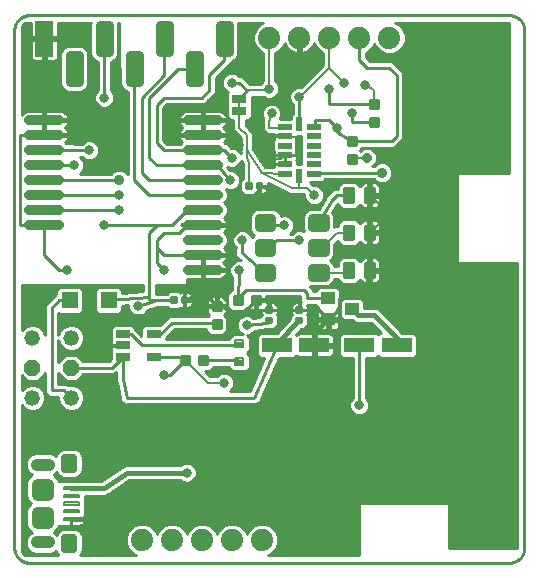
<source format=gtl>
G75*
%MOIN*%
%OFA0B0*%
%FSLAX25Y25*%
%IPPOS*%
%LPD*%
%AMOC8*
5,1,8,0,0,1.08239X$1,22.5*
%
%ADD10C,0.01000*%
%ADD11R,0.10000X0.05000*%
%ADD12C,0.01250*%
%ADD13C,0.02953*%
%ADD14R,0.05500X0.05500*%
%ADD15C,0.00750*%
%ADD16C,0.03000*%
%ADD17R,0.06000X0.12000*%
%ADD18C,0.07400*%
%ADD19C,0.00875*%
%ADD20C,0.00800*%
%ADD21R,0.05000X0.02500*%
%ADD22C,0.03200*%
%ADD23R,0.04500X0.04000*%
%ADD24R,0.04724X0.01969*%
%ADD25R,0.01969X0.04724*%
%ADD26R,0.04724X0.02717*%
%ADD27C,0.04000*%
%ADD28C,0.00787*%
%ADD29C,0.02756*%
%ADD30C,0.03740*%
%ADD31OC8,0.05200*%
%ADD32C,0.05200*%
%ADD33C,0.03169*%
%ADD34C,0.00700*%
%ADD35C,0.01600*%
%ADD36OC8,0.03169*%
%ADD37C,0.03562*%
D10*
X0008238Y0006500D02*
X0008238Y0179000D01*
X0010738Y0179027D02*
X0013738Y0179027D01*
X0013238Y0184000D02*
X0013098Y0183998D01*
X0012958Y0183992D01*
X0012818Y0183982D01*
X0012678Y0183969D01*
X0012539Y0183951D01*
X0012400Y0183929D01*
X0012263Y0183904D01*
X0012125Y0183875D01*
X0011989Y0183842D01*
X0011854Y0183805D01*
X0011720Y0183764D01*
X0011587Y0183719D01*
X0011455Y0183671D01*
X0011325Y0183619D01*
X0011196Y0183564D01*
X0011069Y0183505D01*
X0010943Y0183442D01*
X0010819Y0183376D01*
X0010698Y0183307D01*
X0010578Y0183234D01*
X0010460Y0183157D01*
X0010345Y0183078D01*
X0010231Y0182995D01*
X0010121Y0182909D01*
X0010012Y0182820D01*
X0009906Y0182728D01*
X0009803Y0182633D01*
X0009702Y0182536D01*
X0009605Y0182435D01*
X0009510Y0182332D01*
X0009418Y0182226D01*
X0009329Y0182117D01*
X0009243Y0182007D01*
X0009160Y0181893D01*
X0009081Y0181778D01*
X0009004Y0181660D01*
X0008931Y0181540D01*
X0008862Y0181419D01*
X0008796Y0181295D01*
X0008733Y0181169D01*
X0008674Y0181042D01*
X0008619Y0180913D01*
X0008567Y0180783D01*
X0008519Y0180651D01*
X0008474Y0180518D01*
X0008433Y0180384D01*
X0008396Y0180249D01*
X0008363Y0180113D01*
X0008334Y0179975D01*
X0008309Y0179838D01*
X0008287Y0179699D01*
X0008269Y0179560D01*
X0008256Y0179420D01*
X0008246Y0179280D01*
X0008240Y0179140D01*
X0008238Y0179000D01*
X0010738Y0178028D02*
X0013738Y0178028D01*
X0013738Y0177030D02*
X0010738Y0177030D01*
X0010738Y0176031D02*
X0017738Y0176031D01*
X0017738Y0175626D02*
X0017738Y0176626D01*
X0013738Y0176626D01*
X0013738Y0181500D01*
X0012098Y0181500D01*
X0011683Y0181328D01*
X0010910Y0180556D01*
X0010738Y0180141D01*
X0010738Y0150838D01*
X0010830Y0150976D01*
X0011262Y0151408D01*
X0011770Y0151747D01*
X0012334Y0151981D01*
X0012933Y0152100D01*
X0017938Y0152100D01*
X0017938Y0149300D01*
X0018538Y0149300D01*
X0018538Y0152100D01*
X0023544Y0152100D01*
X0024142Y0151981D01*
X0024707Y0151747D01*
X0025214Y0151408D01*
X0025646Y0150976D01*
X0025985Y0150468D01*
X0026219Y0149904D01*
X0026338Y0149305D01*
X0026338Y0149300D01*
X0018538Y0149300D01*
X0018538Y0148700D01*
X0018538Y0144300D01*
X0017938Y0144300D01*
X0017938Y0147100D01*
X0017938Y0148700D01*
X0018538Y0148700D01*
X0026338Y0148700D01*
X0026338Y0148695D01*
X0026219Y0148096D01*
X0025985Y0147532D01*
X0025646Y0147024D01*
X0025214Y0146592D01*
X0025077Y0146500D01*
X0025214Y0146408D01*
X0025646Y0145976D01*
X0025985Y0145468D01*
X0026219Y0144904D01*
X0026338Y0144305D01*
X0026338Y0144300D01*
X0018538Y0144300D01*
X0018538Y0143700D01*
X0026338Y0143700D01*
X0026338Y0143695D01*
X0026219Y0143096D01*
X0025985Y0142532D01*
X0025646Y0142024D01*
X0025264Y0141641D01*
X0025405Y0141500D01*
X0028238Y0141500D01*
X0028238Y0141200D01*
X0030794Y0141200D01*
X0031378Y0141784D01*
X0032585Y0142284D01*
X0033891Y0142284D01*
X0035099Y0141784D01*
X0036022Y0140860D01*
X0036522Y0139653D01*
X0036522Y0138347D01*
X0036022Y0137140D01*
X0035099Y0136216D01*
X0033891Y0135716D01*
X0032585Y0135716D01*
X0031378Y0136216D01*
X0030794Y0136800D01*
X0030060Y0136800D01*
X0030099Y0136784D01*
X0031022Y0135860D01*
X0031522Y0134653D01*
X0031522Y0133347D01*
X0031022Y0132140D01*
X0030099Y0131216D01*
X0030060Y0131200D01*
X0040515Y0131200D01*
X0041266Y0131951D01*
X0042546Y0132481D01*
X0043931Y0132481D01*
X0045210Y0131951D01*
X0046038Y0131123D01*
X0046038Y0158452D01*
X0044926Y0158913D01*
X0044025Y0159813D01*
X0043538Y0160989D01*
X0043538Y0166500D01*
X0043238Y0166500D01*
X0043238Y0181500D01*
X0042840Y0181500D01*
X0042938Y0181262D01*
X0042938Y0170989D01*
X0042451Y0169813D01*
X0041551Y0168913D01*
X0040438Y0168452D01*
X0040438Y0158945D01*
X0041022Y0158360D01*
X0041522Y0157153D01*
X0041522Y0155847D01*
X0041022Y0154640D01*
X0040099Y0153716D01*
X0038891Y0153216D01*
X0037585Y0153216D01*
X0036378Y0153716D01*
X0035454Y0154640D01*
X0034954Y0155847D01*
X0034954Y0157153D01*
X0035454Y0158360D01*
X0036038Y0158945D01*
X0036038Y0168452D01*
X0034926Y0168913D01*
X0034025Y0169813D01*
X0033538Y0170989D01*
X0033538Y0181262D01*
X0033637Y0181500D01*
X0022738Y0181500D01*
X0022738Y0176626D01*
X0018738Y0176626D01*
X0018738Y0175626D01*
X0018738Y0168626D01*
X0021436Y0168626D01*
X0021817Y0168728D01*
X0022159Y0168926D01*
X0022438Y0169205D01*
X0022636Y0169547D01*
X0022738Y0169928D01*
X0022738Y0175626D01*
X0018738Y0175626D01*
X0017738Y0175626D01*
X0013738Y0175626D01*
X0013738Y0169928D01*
X0013840Y0169547D01*
X0014038Y0169205D01*
X0014317Y0168926D01*
X0014659Y0168728D01*
X0015041Y0168626D01*
X0017738Y0168626D01*
X0017738Y0175626D01*
X0017738Y0175033D02*
X0018738Y0175033D01*
X0018738Y0176031D02*
X0033538Y0176031D01*
X0033538Y0175033D02*
X0022738Y0175033D01*
X0022738Y0174034D02*
X0033538Y0174034D01*
X0033538Y0173036D02*
X0031854Y0173036D01*
X0031551Y0173339D02*
X0032451Y0172439D01*
X0032938Y0171263D01*
X0032938Y0160989D01*
X0032451Y0159813D01*
X0031551Y0158913D01*
X0030375Y0158426D01*
X0026102Y0158426D01*
X0024926Y0158913D01*
X0024025Y0159813D01*
X0023538Y0160989D01*
X0023538Y0171263D01*
X0024025Y0172439D01*
X0024926Y0173339D01*
X0026102Y0173826D01*
X0030375Y0173826D01*
X0031551Y0173339D01*
X0032617Y0172037D02*
X0033538Y0172037D01*
X0033538Y0171039D02*
X0032938Y0171039D01*
X0032938Y0170040D02*
X0033931Y0170040D01*
X0034797Y0169041D02*
X0032938Y0169041D01*
X0032938Y0168043D02*
X0036038Y0168043D01*
X0036038Y0167044D02*
X0032938Y0167044D01*
X0032938Y0166046D02*
X0036038Y0166046D01*
X0036038Y0165047D02*
X0032938Y0165047D01*
X0032938Y0164049D02*
X0036038Y0164049D01*
X0036038Y0163050D02*
X0032938Y0163050D01*
X0032938Y0162052D02*
X0036038Y0162052D01*
X0036038Y0161053D02*
X0032938Y0161053D01*
X0032551Y0160055D02*
X0036038Y0160055D01*
X0036038Y0159056D02*
X0031694Y0159056D01*
X0035329Y0158058D02*
X0010738Y0158058D01*
X0010738Y0159056D02*
X0024782Y0159056D01*
X0023925Y0160055D02*
X0010738Y0160055D01*
X0010738Y0161053D02*
X0023538Y0161053D01*
X0023538Y0162052D02*
X0010738Y0162052D01*
X0010738Y0163050D02*
X0023538Y0163050D01*
X0023538Y0164049D02*
X0010738Y0164049D01*
X0010738Y0165047D02*
X0023538Y0165047D01*
X0023538Y0166046D02*
X0010738Y0166046D01*
X0010738Y0167044D02*
X0023538Y0167044D01*
X0023538Y0168043D02*
X0010738Y0168043D01*
X0010738Y0169041D02*
X0014201Y0169041D01*
X0013738Y0170040D02*
X0010738Y0170040D01*
X0010738Y0171039D02*
X0013738Y0171039D01*
X0013738Y0172037D02*
X0010738Y0172037D01*
X0010738Y0173036D02*
X0013738Y0173036D01*
X0013738Y0174034D02*
X0010738Y0174034D01*
X0010738Y0175033D02*
X0013738Y0175033D01*
X0017738Y0174034D02*
X0018738Y0174034D01*
X0018738Y0173036D02*
X0017738Y0173036D01*
X0017738Y0172037D02*
X0018738Y0172037D01*
X0018738Y0171039D02*
X0017738Y0171039D01*
X0017738Y0170040D02*
X0018738Y0170040D01*
X0018738Y0169041D02*
X0017738Y0169041D01*
X0022275Y0169041D02*
X0023538Y0169041D01*
X0023538Y0170040D02*
X0022738Y0170040D01*
X0022738Y0171039D02*
X0023538Y0171039D01*
X0023859Y0172037D02*
X0022738Y0172037D01*
X0022738Y0173036D02*
X0024622Y0173036D01*
X0022738Y0177030D02*
X0033538Y0177030D01*
X0033538Y0178028D02*
X0022738Y0178028D01*
X0022738Y0179027D02*
X0033538Y0179027D01*
X0033538Y0180025D02*
X0022738Y0180025D01*
X0022738Y0181024D02*
X0033538Y0181024D01*
X0038238Y0176126D02*
X0038238Y0156500D01*
X0036030Y0154064D02*
X0010738Y0154064D01*
X0010738Y0155062D02*
X0035279Y0155062D01*
X0034954Y0156061D02*
X0010738Y0156061D01*
X0010738Y0157059D02*
X0034954Y0157059D01*
X0040438Y0159056D02*
X0044782Y0159056D01*
X0043925Y0160055D02*
X0040438Y0160055D01*
X0040438Y0161053D02*
X0043538Y0161053D01*
X0043538Y0162052D02*
X0040438Y0162052D01*
X0040438Y0163050D02*
X0043538Y0163050D01*
X0043538Y0164049D02*
X0040438Y0164049D01*
X0040438Y0165047D02*
X0043538Y0165047D01*
X0043538Y0166046D02*
X0040438Y0166046D01*
X0040438Y0167044D02*
X0043238Y0167044D01*
X0043238Y0168043D02*
X0040438Y0168043D01*
X0041679Y0169041D02*
X0043238Y0169041D01*
X0043238Y0170040D02*
X0042545Y0170040D01*
X0042938Y0171039D02*
X0043238Y0171039D01*
X0043238Y0172037D02*
X0042938Y0172037D01*
X0042938Y0173036D02*
X0043238Y0173036D01*
X0043238Y0174034D02*
X0042938Y0174034D01*
X0042938Y0175033D02*
X0043238Y0175033D01*
X0043238Y0176031D02*
X0042938Y0176031D01*
X0042938Y0177030D02*
X0043238Y0177030D01*
X0043238Y0178028D02*
X0042938Y0178028D01*
X0042938Y0179027D02*
X0043238Y0179027D01*
X0043238Y0180025D02*
X0042938Y0180025D01*
X0042938Y0181024D02*
X0043238Y0181024D01*
X0048238Y0166126D02*
X0048238Y0141500D01*
X0048238Y0129000D01*
X0053238Y0124000D01*
X0070938Y0124000D01*
X0071038Y0124100D01*
X0070938Y0129000D02*
X0071038Y0129100D01*
X0070938Y0129000D02*
X0053238Y0129000D01*
X0050738Y0131500D01*
X0050738Y0134000D01*
X0050738Y0156500D01*
X0058238Y0164000D01*
X0058238Y0176126D01*
X0062864Y0166126D02*
X0053238Y0156500D01*
X0053238Y0136500D01*
X0055738Y0134000D01*
X0070938Y0134000D01*
X0071038Y0134100D01*
X0075638Y0134100D01*
X0080238Y0129000D01*
X0080239Y0132284D02*
X0079292Y0133333D01*
X0079338Y0133444D01*
X0079338Y0133525D01*
X0080085Y0133216D01*
X0081391Y0133216D01*
X0082599Y0133716D01*
X0083522Y0134640D01*
X0083867Y0135472D01*
X0084009Y0135330D01*
X0084438Y0134329D01*
X0084438Y0129488D01*
X0083538Y0128588D01*
X0083538Y0125412D01*
X0084900Y0124050D01*
X0088076Y0124050D01*
X0088466Y0124439D01*
X0088543Y0124395D01*
X0089083Y0124250D01*
X0089863Y0124250D01*
X0089863Y0126875D01*
X0090113Y0126875D01*
X0090113Y0124250D01*
X0090893Y0124250D01*
X0091433Y0124395D01*
X0091918Y0124675D01*
X0092314Y0125070D01*
X0092593Y0125555D01*
X0092738Y0126095D01*
X0092738Y0126875D01*
X0090113Y0126875D01*
X0090113Y0127125D01*
X0092738Y0127125D01*
X0092738Y0127905D01*
X0092655Y0128215D01*
X0099527Y0124812D01*
X0099889Y0124450D01*
X0100258Y0124450D01*
X0100590Y0124286D01*
X0101075Y0124450D01*
X0104889Y0124450D01*
X0104954Y0124385D01*
X0104954Y0123347D01*
X0105454Y0122140D01*
X0106378Y0121216D01*
X0107585Y0120716D01*
X0108891Y0120716D01*
X0110099Y0121216D01*
X0111022Y0122140D01*
X0111522Y0123347D01*
X0111522Y0124653D01*
X0111022Y0125860D01*
X0110099Y0126784D01*
X0108891Y0127284D01*
X0107853Y0127284D01*
X0106696Y0128442D01*
X0111029Y0128442D01*
X0111887Y0129300D01*
X0128015Y0129300D01*
X0128766Y0128549D01*
X0130046Y0128019D01*
X0131431Y0128019D01*
X0132710Y0128549D01*
X0133689Y0129528D01*
X0134219Y0130808D01*
X0134219Y0132192D01*
X0133689Y0133472D01*
X0132710Y0134451D01*
X0131431Y0134981D01*
X0130046Y0134981D01*
X0128766Y0134451D01*
X0128015Y0133700D01*
X0127583Y0133700D01*
X0129022Y0135140D01*
X0129022Y0137860D01*
X0127099Y0139784D01*
X0124378Y0139784D01*
X0123490Y0138896D01*
X0123386Y0139000D01*
X0124186Y0139800D01*
X0134899Y0139800D01*
X0136188Y0141089D01*
X0137938Y0142839D01*
X0137938Y0164911D01*
X0136649Y0166200D01*
X0134149Y0168700D01*
X0126649Y0168700D01*
X0125438Y0169911D01*
X0125438Y0171566D01*
X0126297Y0171922D01*
X0127816Y0173441D01*
X0128238Y0174460D01*
X0128660Y0173441D01*
X0130179Y0171922D01*
X0132164Y0171100D01*
X0134312Y0171100D01*
X0136297Y0171922D01*
X0137816Y0173441D01*
X0138638Y0175426D01*
X0138638Y0177574D01*
X0137816Y0179559D01*
X0136297Y0181078D01*
X0135278Y0181500D01*
X0173238Y0181500D01*
X0173238Y0131500D01*
X0155738Y0131500D01*
X0155738Y0101500D01*
X0175738Y0101500D01*
X0175738Y0006500D01*
X0153238Y0006500D01*
X0153238Y0021500D01*
X0123238Y0021500D01*
X0123238Y0004000D01*
X0092778Y0004000D01*
X0093797Y0004422D01*
X0095316Y0005941D01*
X0096138Y0007926D01*
X0096138Y0010074D01*
X0095316Y0012059D01*
X0093797Y0013578D01*
X0091812Y0014400D01*
X0089664Y0014400D01*
X0087679Y0013578D01*
X0086160Y0012059D01*
X0085738Y0011040D01*
X0085316Y0012059D01*
X0083797Y0013578D01*
X0081812Y0014400D01*
X0079664Y0014400D01*
X0077679Y0013578D01*
X0076160Y0012059D01*
X0075738Y0011040D01*
X0075316Y0012059D01*
X0073797Y0013578D01*
X0071812Y0014400D01*
X0069664Y0014400D01*
X0067679Y0013578D01*
X0066160Y0012059D01*
X0065738Y0011040D01*
X0065316Y0012059D01*
X0063797Y0013578D01*
X0061812Y0014400D01*
X0059664Y0014400D01*
X0057679Y0013578D01*
X0056160Y0012059D01*
X0055738Y0011040D01*
X0055316Y0012059D01*
X0053797Y0013578D01*
X0051812Y0014400D01*
X0049664Y0014400D01*
X0047679Y0013578D01*
X0046160Y0012059D01*
X0045338Y0010074D01*
X0045338Y0007926D01*
X0046160Y0005941D01*
X0047679Y0004422D01*
X0048698Y0004000D01*
X0030195Y0004000D01*
X0030544Y0004349D01*
X0031013Y0005480D01*
X0031013Y0010248D01*
X0030544Y0011379D01*
X0029679Y0012245D01*
X0028547Y0012714D01*
X0024567Y0012714D01*
X0023436Y0012245D01*
X0022570Y0011379D01*
X0022350Y0010848D01*
X0021803Y0011395D01*
X0021418Y0011554D01*
X0021599Y0011629D01*
X0022603Y0012633D01*
X0023022Y0013644D01*
X0024218Y0013644D01*
X0024424Y0013850D01*
X0024446Y0013844D01*
X0027254Y0013844D01*
X0030062Y0013844D01*
X0030544Y0013974D01*
X0030976Y0014223D01*
X0031328Y0014575D01*
X0031578Y0015007D01*
X0031707Y0015489D01*
X0031707Y0016132D01*
X0031707Y0016775D01*
X0031611Y0017134D01*
X0031907Y0017430D01*
X0031907Y0019952D01*
X0031888Y0019970D01*
X0031907Y0019989D01*
X0031907Y0022511D01*
X0031888Y0022530D01*
X0031907Y0022548D01*
X0031907Y0023868D01*
X0038604Y0023868D01*
X0039522Y0024249D01*
X0039831Y0024557D01*
X0046495Y0029000D01*
X0063594Y0029000D01*
X0063878Y0028716D01*
X0065085Y0028216D01*
X0066391Y0028216D01*
X0067599Y0028716D01*
X0068522Y0029640D01*
X0069022Y0030847D01*
X0069022Y0032153D01*
X0068522Y0033360D01*
X0067599Y0034284D01*
X0066391Y0034784D01*
X0065085Y0034784D01*
X0063878Y0034284D01*
X0063594Y0034000D01*
X0045986Y0034000D01*
X0045741Y0034049D01*
X0045493Y0034000D01*
X0045241Y0034000D01*
X0045010Y0033904D01*
X0044765Y0033856D01*
X0044555Y0033716D01*
X0044322Y0033619D01*
X0044145Y0033443D01*
X0037283Y0028868D01*
X0026757Y0028868D01*
X0026726Y0028855D01*
X0023022Y0028855D01*
X0022603Y0029867D01*
X0021599Y0030871D01*
X0021418Y0030946D01*
X0021803Y0031105D01*
X0022350Y0031652D01*
X0022570Y0031121D01*
X0023436Y0030255D01*
X0024567Y0029786D01*
X0028547Y0029786D01*
X0029679Y0030255D01*
X0030544Y0031121D01*
X0031013Y0032252D01*
X0031013Y0037020D01*
X0030544Y0038151D01*
X0029679Y0039017D01*
X0028547Y0039485D01*
X0024567Y0039485D01*
X0023436Y0039017D01*
X0022570Y0038151D01*
X0022119Y0037062D01*
X0021803Y0037379D01*
X0020443Y0037942D01*
X0014971Y0037942D01*
X0013611Y0037379D01*
X0012570Y0036338D01*
X0012007Y0034978D01*
X0012007Y0033506D01*
X0012570Y0032146D01*
X0013611Y0031105D01*
X0013995Y0030946D01*
X0013814Y0030871D01*
X0012810Y0029867D01*
X0012267Y0028555D01*
X0012267Y0023394D01*
X0012810Y0022082D01*
X0013642Y0021250D01*
X0012810Y0020418D01*
X0012267Y0019106D01*
X0012267Y0013945D01*
X0012810Y0012633D01*
X0013814Y0011629D01*
X0013995Y0011554D01*
X0013611Y0011395D01*
X0012570Y0010354D01*
X0012007Y0008994D01*
X0012007Y0007522D01*
X0012570Y0006162D01*
X0013611Y0005121D01*
X0014971Y0004558D01*
X0020443Y0004558D01*
X0021803Y0005121D01*
X0022119Y0005437D01*
X0022570Y0004349D01*
X0022919Y0004000D01*
X0012098Y0004000D01*
X0011683Y0004172D01*
X0010910Y0004944D01*
X0010738Y0005359D01*
X0010738Y0053923D01*
X0011806Y0052855D01*
X0013387Y0052200D01*
X0015097Y0052200D01*
X0016678Y0052855D01*
X0017887Y0054064D01*
X0018542Y0055645D01*
X0018542Y0057355D01*
X0017887Y0058936D01*
X0016678Y0060145D01*
X0015097Y0060800D01*
X0013387Y0060800D01*
X0011806Y0060145D01*
X0010738Y0059077D01*
X0010738Y0063923D01*
X0012461Y0062200D01*
X0016023Y0062200D01*
X0018538Y0064715D01*
X0018538Y0058089D01*
X0019827Y0056800D01*
X0022934Y0056800D01*
X0022934Y0055645D01*
X0023589Y0054064D01*
X0024798Y0052855D01*
X0026379Y0052200D01*
X0028090Y0052200D01*
X0029670Y0052855D01*
X0030880Y0054064D01*
X0031534Y0055645D01*
X0031534Y0057355D01*
X0030880Y0058936D01*
X0029670Y0060145D01*
X0028090Y0060800D01*
X0026379Y0060800D01*
X0026143Y0060702D01*
X0025646Y0061200D01*
X0022938Y0061200D01*
X0022938Y0064715D01*
X0025453Y0062200D01*
X0029015Y0062200D01*
X0031115Y0064300D01*
X0041610Y0064300D01*
X0042239Y0064929D01*
X0042239Y0063458D01*
X0042100Y0063248D01*
X0042239Y0062575D01*
X0042239Y0061888D01*
X0042417Y0061710D01*
X0043538Y0056275D01*
X0043538Y0055589D01*
X0043717Y0055410D01*
X0043768Y0055163D01*
X0044341Y0054786D01*
X0044827Y0054300D01*
X0045079Y0054300D01*
X0045290Y0054161D01*
X0045963Y0054300D01*
X0087787Y0054300D01*
X0088209Y0054119D01*
X0088662Y0054300D01*
X0089149Y0054300D01*
X0089475Y0054625D01*
X0089901Y0054796D01*
X0090093Y0055244D01*
X0090438Y0055589D01*
X0090438Y0056048D01*
X0096332Y0069800D01*
X0101442Y0069800D01*
X0102130Y0070487D01*
X0102317Y0070300D01*
X0102659Y0070102D01*
X0103041Y0070000D01*
X0107738Y0070000D01*
X0107738Y0073500D01*
X0108738Y0073500D01*
X0108738Y0070000D01*
X0113436Y0070000D01*
X0113817Y0070102D01*
X0114159Y0070300D01*
X0114438Y0070579D01*
X0114636Y0070921D01*
X0114738Y0071303D01*
X0114738Y0073500D01*
X0108738Y0073500D01*
X0108738Y0074500D01*
X0107738Y0074500D01*
X0107738Y0078000D01*
X0103041Y0078000D01*
X0102659Y0077898D01*
X0102317Y0077700D01*
X0102130Y0077513D01*
X0102083Y0077559D01*
X0103824Y0079300D01*
X0104826Y0079300D01*
X0106188Y0080662D01*
X0106188Y0083838D01*
X0105799Y0084227D01*
X0105843Y0084305D01*
X0105988Y0084845D01*
X0105988Y0085625D01*
X0103363Y0085625D01*
X0103363Y0085875D01*
X0103113Y0085875D01*
X0103113Y0085625D01*
X0100488Y0085625D01*
X0100488Y0084845D01*
X0100633Y0084305D01*
X0100678Y0084227D01*
X0100288Y0083838D01*
X0100288Y0082836D01*
X0095653Y0078200D01*
X0090034Y0078200D01*
X0089038Y0077204D01*
X0089038Y0070796D01*
X0090034Y0069800D01*
X0091545Y0069800D01*
X0086788Y0058700D01*
X0080060Y0058700D01*
X0080099Y0058716D01*
X0081022Y0059640D01*
X0081522Y0060847D01*
X0081522Y0062153D01*
X0081022Y0063360D01*
X0080099Y0064284D01*
X0078891Y0064784D01*
X0077585Y0064784D01*
X0076378Y0064284D01*
X0075694Y0063600D01*
X0073608Y0063600D01*
X0071658Y0065550D01*
X0073436Y0065550D01*
X0074686Y0066800D01*
X0079788Y0066800D01*
X0079788Y0066516D01*
X0081004Y0065300D01*
X0085473Y0065300D01*
X0086688Y0066516D01*
X0086688Y0070484D01*
X0085673Y0071500D01*
X0086688Y0072516D01*
X0086688Y0076484D01*
X0085707Y0077466D01*
X0086391Y0077466D01*
X0087599Y0077966D01*
X0088473Y0078840D01*
X0092610Y0079300D01*
X0094826Y0079300D01*
X0096188Y0080662D01*
X0096188Y0083838D01*
X0095799Y0084227D01*
X0095843Y0084305D01*
X0095988Y0084845D01*
X0095988Y0085625D01*
X0093363Y0085625D01*
X0093363Y0085875D01*
X0093113Y0085875D01*
X0093113Y0085625D01*
X0090488Y0085625D01*
X0090488Y0084845D01*
X0090633Y0084305D01*
X0090678Y0084227D01*
X0090288Y0083838D01*
X0090288Y0083469D01*
X0087926Y0083207D01*
X0087599Y0083534D01*
X0086391Y0084034D01*
X0085085Y0084034D01*
X0083878Y0083534D01*
X0082954Y0082610D01*
X0082454Y0081403D01*
X0082454Y0080097D01*
X0082954Y0078890D01*
X0083878Y0077966D01*
X0084519Y0077700D01*
X0081004Y0077700D01*
X0079788Y0076484D01*
X0079788Y0076200D01*
X0058738Y0076200D01*
X0058738Y0076388D01*
X0061649Y0079300D01*
X0072288Y0079300D01*
X0072288Y0078802D01*
X0073540Y0077550D01*
X0077936Y0077550D01*
X0079188Y0078802D01*
X0079188Y0083198D01*
X0078245Y0084141D01*
X0078601Y0084498D01*
X0078856Y0084940D01*
X0078988Y0085432D01*
X0078988Y0086625D01*
X0076113Y0086625D01*
X0076113Y0087375D01*
X0075363Y0087375D01*
X0075363Y0086625D01*
X0072488Y0086625D01*
X0072488Y0085432D01*
X0072620Y0084940D01*
X0072875Y0084498D01*
X0073232Y0084141D01*
X0072790Y0083700D01*
X0059827Y0083700D01*
X0058538Y0082411D01*
X0056906Y0080779D01*
X0051609Y0080779D01*
X0050613Y0079783D01*
X0050613Y0077236D01*
X0048501Y0079349D01*
X0048501Y0079783D01*
X0047505Y0080779D01*
X0041372Y0080779D01*
X0040376Y0079783D01*
X0040376Y0075658D01*
X0040576Y0075458D01*
X0040576Y0074159D01*
X0044259Y0074159D01*
X0044259Y0073801D01*
X0040576Y0073801D01*
X0040576Y0072503D01*
X0040376Y0072303D01*
X0040376Y0069289D01*
X0039787Y0068700D01*
X0031115Y0068700D01*
X0029015Y0070800D01*
X0025453Y0070800D01*
X0022938Y0068285D01*
X0022938Y0075635D01*
X0023589Y0074064D01*
X0024798Y0072855D01*
X0026379Y0072200D01*
X0028090Y0072200D01*
X0029670Y0072855D01*
X0030880Y0074064D01*
X0031534Y0075645D01*
X0031534Y0077355D01*
X0030880Y0078936D01*
X0029670Y0080145D01*
X0028090Y0080800D01*
X0026379Y0080800D01*
X0024798Y0080145D01*
X0023589Y0078936D01*
X0022938Y0077365D01*
X0022938Y0084896D01*
X0023284Y0084550D01*
X0030192Y0084550D01*
X0031188Y0085546D01*
X0031188Y0092454D01*
X0030192Y0093450D01*
X0023284Y0093450D01*
X0022288Y0092454D01*
X0022288Y0091161D01*
X0019827Y0088700D01*
X0018538Y0087411D01*
X0018538Y0077365D01*
X0017887Y0078936D01*
X0016678Y0080145D01*
X0015097Y0080800D01*
X0013387Y0080800D01*
X0011806Y0080145D01*
X0010738Y0079077D01*
X0010738Y0094000D01*
X0051038Y0094000D01*
X0051038Y0092043D01*
X0044188Y0091536D01*
X0044188Y0092454D01*
X0043192Y0093450D01*
X0036284Y0093450D01*
X0035288Y0092454D01*
X0035288Y0085546D01*
X0036284Y0084550D01*
X0043192Y0084550D01*
X0044188Y0085546D01*
X0044188Y0087124D01*
X0046204Y0087273D01*
X0046204Y0086347D01*
X0046704Y0085140D01*
X0047628Y0084216D01*
X0048835Y0083716D01*
X0050141Y0083716D01*
X0051349Y0084216D01*
X0052272Y0085140D01*
X0052483Y0085649D01*
X0056082Y0086800D01*
X0059150Y0086800D01*
X0059900Y0086050D01*
X0063076Y0086050D01*
X0063466Y0086439D01*
X0063543Y0086395D01*
X0064083Y0086250D01*
X0064863Y0086250D01*
X0064863Y0088875D01*
X0065113Y0088875D01*
X0065113Y0086250D01*
X0065893Y0086250D01*
X0066433Y0086395D01*
X0066918Y0086675D01*
X0067314Y0087070D01*
X0067593Y0087555D01*
X0067738Y0088095D01*
X0067738Y0088875D01*
X0065113Y0088875D01*
X0065113Y0089125D01*
X0064863Y0089125D01*
X0064863Y0091750D01*
X0064083Y0091750D01*
X0063543Y0091605D01*
X0063466Y0091561D01*
X0063076Y0091950D01*
X0059900Y0091950D01*
X0059150Y0091200D01*
X0056272Y0091200D01*
X0055936Y0091373D01*
X0055438Y0091214D01*
X0055438Y0094000D01*
X0065738Y0094000D01*
X0065738Y0096000D01*
X0070738Y0096000D01*
X0070738Y0098800D01*
X0071338Y0098800D01*
X0071338Y0096000D01*
X0076344Y0096000D01*
X0076942Y0096119D01*
X0077507Y0096353D01*
X0078014Y0096692D01*
X0078446Y0097124D01*
X0078785Y0097632D01*
X0079019Y0098196D01*
X0079138Y0098795D01*
X0079138Y0098800D01*
X0071338Y0098800D01*
X0071338Y0099400D01*
X0070738Y0099400D01*
X0070738Y0102200D01*
X0070738Y0103800D01*
X0071338Y0103800D01*
X0071338Y0099400D01*
X0079138Y0099400D01*
X0079138Y0099405D01*
X0079019Y0100004D01*
X0078785Y0100568D01*
X0078446Y0101076D01*
X0078014Y0101508D01*
X0077877Y0101600D01*
X0078014Y0101692D01*
X0078446Y0102124D01*
X0078785Y0102632D01*
X0079019Y0103196D01*
X0079138Y0103795D01*
X0079138Y0103800D01*
X0071338Y0103800D01*
X0071338Y0104400D01*
X0079138Y0104400D01*
X0079138Y0104405D01*
X0079019Y0105004D01*
X0078785Y0105568D01*
X0078446Y0106076D01*
X0078064Y0106459D01*
X0078836Y0107231D01*
X0079338Y0108444D01*
X0079338Y0109756D01*
X0078836Y0110969D01*
X0078064Y0111741D01*
X0078446Y0112124D01*
X0078785Y0112632D01*
X0079019Y0113196D01*
X0079138Y0113795D01*
X0079138Y0113800D01*
X0071338Y0113800D01*
X0071338Y0114400D01*
X0079138Y0114400D01*
X0079138Y0114405D01*
X0079019Y0115004D01*
X0078785Y0115568D01*
X0078446Y0116076D01*
X0078064Y0116459D01*
X0078836Y0117231D01*
X0079338Y0118444D01*
X0079338Y0119756D01*
X0078836Y0120969D01*
X0078205Y0121600D01*
X0078836Y0122231D01*
X0079338Y0123444D01*
X0079338Y0124756D01*
X0078836Y0125969D01*
X0078739Y0126066D01*
X0079585Y0125716D01*
X0080891Y0125716D01*
X0082099Y0126216D01*
X0083022Y0127140D01*
X0083522Y0128347D01*
X0083522Y0129653D01*
X0083022Y0130860D01*
X0082099Y0131784D01*
X0080891Y0132284D01*
X0080239Y0132284D01*
X0079507Y0133095D02*
X0084438Y0133095D01*
X0084438Y0132097D02*
X0081345Y0132097D01*
X0082785Y0131098D02*
X0084438Y0131098D01*
X0084438Y0130100D02*
X0083338Y0130100D01*
X0083522Y0129101D02*
X0084051Y0129101D01*
X0083538Y0128103D02*
X0083421Y0128103D01*
X0083538Y0127104D02*
X0082987Y0127104D01*
X0083538Y0126105D02*
X0081832Y0126105D01*
X0083843Y0125107D02*
X0079193Y0125107D01*
X0079338Y0124108D02*
X0084842Y0124108D01*
X0088135Y0124108D02*
X0104954Y0124108D01*
X0105052Y0123110D02*
X0079200Y0123110D01*
X0078717Y0122111D02*
X0105482Y0122111D01*
X0106626Y0121113D02*
X0078692Y0121113D01*
X0079190Y0120114D02*
X0110188Y0120114D01*
X0109780Y0119420D02*
X0111806Y0122866D01*
X0111806Y0123179D01*
X0112252Y0123625D01*
X0112571Y0124168D01*
X0112874Y0124247D01*
X0113538Y0124911D01*
X0114827Y0126200D01*
X0116038Y0126200D01*
X0116038Y0127161D01*
X0117327Y0128450D01*
X0122149Y0128450D01*
X0123438Y0127161D01*
X0123438Y0127132D01*
X0123638Y0127478D01*
X0124010Y0127850D01*
X0124466Y0128114D01*
X0124975Y0128250D01*
X0126238Y0128250D01*
X0126238Y0124500D01*
X0127238Y0124500D01*
X0127238Y0128250D01*
X0128501Y0128250D01*
X0129010Y0128114D01*
X0129466Y0127850D01*
X0129839Y0127478D01*
X0130102Y0127022D01*
X0130238Y0126513D01*
X0130238Y0124500D01*
X0127238Y0124500D01*
X0127238Y0123500D01*
X0127238Y0119750D01*
X0128501Y0119750D01*
X0129010Y0119886D01*
X0129466Y0120150D01*
X0129839Y0120522D01*
X0130102Y0120978D01*
X0130238Y0121487D01*
X0130238Y0123500D01*
X0127238Y0123500D01*
X0126238Y0123500D01*
X0126238Y0119750D01*
X0124975Y0119750D01*
X0124466Y0119886D01*
X0124010Y0120150D01*
X0123638Y0120522D01*
X0123438Y0120868D01*
X0123438Y0120839D01*
X0122149Y0119550D01*
X0117327Y0119550D01*
X0116038Y0120839D01*
X0116038Y0121189D01*
X0115760Y0120911D01*
X0114179Y0118221D01*
X0114356Y0118043D01*
X0114840Y0116876D01*
X0114840Y0113571D01*
X0114868Y0113600D01*
X0116038Y0113600D01*
X0116038Y0114661D01*
X0117327Y0115950D01*
X0122149Y0115950D01*
X0123438Y0114661D01*
X0123438Y0114632D01*
X0123638Y0114978D01*
X0124010Y0115350D01*
X0124466Y0115614D01*
X0124975Y0115750D01*
X0126238Y0115750D01*
X0126238Y0112000D01*
X0127238Y0112000D01*
X0127238Y0115750D01*
X0128501Y0115750D01*
X0129010Y0115614D01*
X0129466Y0115350D01*
X0129839Y0114978D01*
X0130102Y0114522D01*
X0130238Y0114013D01*
X0130238Y0112000D01*
X0127238Y0112000D01*
X0127238Y0111000D01*
X0127238Y0107250D01*
X0128501Y0107250D01*
X0129010Y0107386D01*
X0129466Y0107650D01*
X0129839Y0108022D01*
X0130102Y0108478D01*
X0130238Y0108987D01*
X0130238Y0111000D01*
X0127238Y0111000D01*
X0126238Y0111000D01*
X0126238Y0107250D01*
X0124975Y0107250D01*
X0124466Y0107386D01*
X0124010Y0107650D01*
X0123638Y0108022D01*
X0123438Y0108368D01*
X0123438Y0108339D01*
X0122149Y0107050D01*
X0117327Y0107050D01*
X0116038Y0108339D01*
X0116038Y0108830D01*
X0114840Y0107632D01*
X0114840Y0104392D01*
X0114356Y0103224D01*
X0113498Y0102366D01*
X0114356Y0101508D01*
X0114840Y0100340D01*
X0114840Y0100332D01*
X0116038Y0100332D01*
X0116038Y0102161D01*
X0117327Y0103450D01*
X0122149Y0103450D01*
X0123438Y0102161D01*
X0123438Y0102132D01*
X0123638Y0102478D01*
X0124010Y0102850D01*
X0124466Y0103114D01*
X0124975Y0103250D01*
X0126238Y0103250D01*
X0126238Y0099500D01*
X0127238Y0099500D01*
X0127238Y0103250D01*
X0128501Y0103250D01*
X0129010Y0103114D01*
X0129466Y0102850D01*
X0129839Y0102478D01*
X0130102Y0102022D01*
X0130238Y0101513D01*
X0130238Y0099500D01*
X0127238Y0099500D01*
X0127238Y0098500D01*
X0127238Y0094750D01*
X0128501Y0094750D01*
X0129010Y0094886D01*
X0129466Y0095150D01*
X0129839Y0095522D01*
X0130102Y0095978D01*
X0130238Y0096487D01*
X0130238Y0098500D01*
X0127238Y0098500D01*
X0126238Y0098500D01*
X0126238Y0094750D01*
X0124975Y0094750D01*
X0124466Y0094886D01*
X0124010Y0095150D01*
X0123638Y0095522D01*
X0123438Y0095868D01*
X0123438Y0095839D01*
X0122149Y0094550D01*
X0117327Y0094550D01*
X0116038Y0095839D01*
X0116038Y0096132D01*
X0114840Y0096132D01*
X0114840Y0096124D01*
X0114356Y0094957D01*
X0113463Y0094063D01*
X0112295Y0093580D01*
X0106898Y0093580D01*
X0106680Y0093670D01*
X0107938Y0092411D01*
X0107938Y0091950D01*
X0108851Y0091950D01*
X0108851Y0092330D01*
X0109847Y0093326D01*
X0115755Y0093326D01*
X0116751Y0092330D01*
X0116751Y0086922D01*
X0115771Y0085942D01*
X0115972Y0085826D01*
X0116251Y0085547D01*
X0116449Y0085205D01*
X0116551Y0084823D01*
X0116551Y0083126D01*
X0113301Y0083126D01*
X0113301Y0082126D01*
X0113301Y0079126D01*
X0115249Y0079126D01*
X0115630Y0079228D01*
X0115972Y0079426D01*
X0116251Y0079705D01*
X0116449Y0080047D01*
X0116551Y0080428D01*
X0116551Y0082126D01*
X0113301Y0082126D01*
X0112301Y0082126D01*
X0109051Y0082126D01*
X0109051Y0080428D01*
X0109153Y0080047D01*
X0109351Y0079705D01*
X0109630Y0079426D01*
X0109972Y0079228D01*
X0110354Y0079126D01*
X0112301Y0079126D01*
X0112301Y0082126D01*
X0112301Y0083126D01*
X0109051Y0083126D01*
X0109051Y0084823D01*
X0109153Y0085205D01*
X0109351Y0085547D01*
X0109630Y0085826D01*
X0109831Y0085942D01*
X0108851Y0086922D01*
X0108851Y0087550D01*
X0105639Y0087550D01*
X0105843Y0087195D01*
X0105988Y0086655D01*
X0105988Y0085875D01*
X0103363Y0085875D01*
X0103363Y0088500D01*
X0103877Y0088500D01*
X0103538Y0088839D01*
X0103538Y0090300D01*
X0091988Y0090300D01*
X0091988Y0089375D01*
X0089113Y0089375D01*
X0089113Y0088625D01*
X0089113Y0085750D01*
X0090306Y0085750D01*
X0090772Y0085875D01*
X0093113Y0085875D01*
X0093113Y0088500D01*
X0092333Y0088500D01*
X0091988Y0088407D01*
X0091988Y0088625D01*
X0089113Y0088625D01*
X0088363Y0088625D01*
X0088363Y0085750D01*
X0087171Y0085750D01*
X0086678Y0085882D01*
X0086236Y0086137D01*
X0085880Y0086494D01*
X0084936Y0085550D01*
X0080540Y0085550D01*
X0079288Y0086802D01*
X0079288Y0091198D01*
X0080540Y0092450D01*
X0080717Y0092450D01*
X0080938Y0096655D01*
X0080454Y0097140D01*
X0079954Y0098347D01*
X0079954Y0099653D01*
X0080454Y0100860D01*
X0081378Y0101784D01*
X0082585Y0102284D01*
X0083628Y0102284D01*
X0083283Y0102574D01*
X0083136Y0102578D01*
X0082599Y0103147D01*
X0082000Y0103650D01*
X0081987Y0103797D01*
X0081886Y0103904D01*
X0081909Y0104686D01*
X0081841Y0105466D01*
X0081936Y0105579D01*
X0081967Y0106627D01*
X0081454Y0107140D01*
X0080954Y0108347D01*
X0080954Y0109653D01*
X0081454Y0110860D01*
X0082378Y0111784D01*
X0083585Y0112284D01*
X0084891Y0112284D01*
X0086099Y0111784D01*
X0087022Y0110860D01*
X0087369Y0110024D01*
X0087978Y0110634D01*
X0087120Y0111492D01*
X0086637Y0112660D01*
X0086637Y0116876D01*
X0087120Y0118043D01*
X0088014Y0118937D01*
X0089181Y0119420D01*
X0094579Y0119420D01*
X0095746Y0118937D01*
X0096640Y0118043D01*
X0097046Y0117061D01*
X0097585Y0117284D01*
X0098891Y0117284D01*
X0100099Y0116784D01*
X0101022Y0115860D01*
X0101522Y0114653D01*
X0101522Y0113347D01*
X0101022Y0112140D01*
X0100099Y0111216D01*
X0100060Y0111200D01*
X0100794Y0111200D01*
X0101378Y0111784D01*
X0102585Y0112284D01*
X0103891Y0112284D01*
X0104636Y0111976D01*
X0104353Y0112660D01*
X0104353Y0116876D01*
X0104837Y0118043D01*
X0105730Y0118937D01*
X0106898Y0119420D01*
X0109780Y0119420D01*
X0109850Y0121113D02*
X0110775Y0121113D01*
X0110994Y0122111D02*
X0111362Y0122111D01*
X0111424Y0123110D02*
X0111806Y0123110D01*
X0111522Y0124108D02*
X0112536Y0124108D01*
X0113734Y0125107D02*
X0111334Y0125107D01*
X0110777Y0126105D02*
X0114732Y0126105D01*
X0116038Y0127104D02*
X0109327Y0127104D01*
X0107035Y0128103D02*
X0116979Y0128103D01*
X0115738Y0124000D02*
X0119738Y0124000D01*
X0121238Y0121750D02*
X0118238Y0121750D01*
X0118238Y0126250D01*
X0121238Y0126250D01*
X0121238Y0121750D01*
X0121238Y0122749D02*
X0118238Y0122749D01*
X0118238Y0123748D02*
X0121238Y0123748D01*
X0121238Y0124747D02*
X0118238Y0124747D01*
X0118238Y0125746D02*
X0121238Y0125746D01*
X0122497Y0128103D02*
X0124447Y0128103D01*
X0126238Y0128103D02*
X0127238Y0128103D01*
X0127238Y0127104D02*
X0126238Y0127104D01*
X0126238Y0126105D02*
X0127238Y0126105D01*
X0127238Y0125107D02*
X0126238Y0125107D01*
X0125238Y0121750D02*
X0128238Y0121750D01*
X0125238Y0121750D02*
X0125238Y0126250D01*
X0128238Y0126250D01*
X0128238Y0121750D01*
X0128238Y0122749D02*
X0125238Y0122749D01*
X0125238Y0123748D02*
X0128238Y0123748D01*
X0128238Y0124747D02*
X0125238Y0124747D01*
X0125238Y0125746D02*
X0128238Y0125746D01*
X0127238Y0124108D02*
X0155738Y0124108D01*
X0155738Y0123110D02*
X0130238Y0123110D01*
X0130238Y0122111D02*
X0155738Y0122111D01*
X0155738Y0121113D02*
X0130138Y0121113D01*
X0129405Y0120114D02*
X0155738Y0120114D01*
X0155738Y0119116D02*
X0114705Y0119116D01*
X0114282Y0118117D02*
X0155738Y0118117D01*
X0155738Y0117119D02*
X0114739Y0117119D01*
X0114840Y0116120D02*
X0155738Y0116120D01*
X0155738Y0115122D02*
X0129695Y0115122D01*
X0130209Y0114123D02*
X0155738Y0114123D01*
X0155738Y0113125D02*
X0130238Y0113125D01*
X0130238Y0112126D02*
X0155738Y0112126D01*
X0155738Y0111128D02*
X0127238Y0111128D01*
X0128238Y0109250D02*
X0125238Y0109250D01*
X0125238Y0113750D01*
X0128238Y0113750D01*
X0128238Y0109250D01*
X0128238Y0110249D02*
X0125238Y0110249D01*
X0125238Y0111248D02*
X0128238Y0111248D01*
X0128238Y0112247D02*
X0125238Y0112247D01*
X0125238Y0113246D02*
X0128238Y0113246D01*
X0127238Y0113125D02*
X0126238Y0113125D01*
X0126238Y0114123D02*
X0127238Y0114123D01*
X0127238Y0115122D02*
X0126238Y0115122D01*
X0123782Y0115122D02*
X0122978Y0115122D01*
X0126238Y0112126D02*
X0127238Y0112126D01*
X0127238Y0110129D02*
X0126238Y0110129D01*
X0126238Y0109131D02*
X0127238Y0109131D01*
X0127238Y0108132D02*
X0126238Y0108132D01*
X0123574Y0108132D02*
X0123232Y0108132D01*
X0122233Y0107134D02*
X0155738Y0107134D01*
X0155738Y0108132D02*
X0129902Y0108132D01*
X0130238Y0109131D02*
X0155738Y0109131D01*
X0155738Y0110129D02*
X0130238Y0110129D01*
X0128913Y0103140D02*
X0155738Y0103140D01*
X0155738Y0104138D02*
X0114735Y0104138D01*
X0114840Y0105137D02*
X0155738Y0105137D01*
X0155738Y0106135D02*
X0114840Y0106135D01*
X0114840Y0107134D02*
X0117243Y0107134D01*
X0116245Y0108132D02*
X0115340Y0108132D01*
X0114272Y0103140D02*
X0117017Y0103140D01*
X0116038Y0102141D02*
X0113723Y0102141D01*
X0114507Y0101143D02*
X0116038Y0101143D01*
X0118238Y0096750D02*
X0121238Y0096750D01*
X0118238Y0096750D02*
X0118238Y0101250D01*
X0121238Y0101250D01*
X0121238Y0096750D01*
X0121238Y0097749D02*
X0118238Y0097749D01*
X0118238Y0098748D02*
X0121238Y0098748D01*
X0121238Y0099747D02*
X0118238Y0099747D01*
X0118238Y0100746D02*
X0121238Y0100746D01*
X0123438Y0102141D02*
X0123443Y0102141D01*
X0122460Y0103140D02*
X0124563Y0103140D01*
X0126238Y0103140D02*
X0127238Y0103140D01*
X0127238Y0102141D02*
X0126238Y0102141D01*
X0126238Y0101143D02*
X0127238Y0101143D01*
X0127238Y0100144D02*
X0126238Y0100144D01*
X0126738Y0099000D02*
X0125738Y0098000D01*
X0125738Y0094000D01*
X0120738Y0094000D01*
X0116488Y0089750D01*
X0116488Y0086000D01*
X0113114Y0082626D01*
X0112801Y0082626D01*
X0109677Y0085750D01*
X0103238Y0085750D01*
X0093238Y0085750D01*
X0092488Y0089000D01*
X0088738Y0089000D01*
X0085738Y0086000D01*
X0085738Y0084000D01*
X0080738Y0084000D01*
X0077738Y0087000D01*
X0075738Y0087000D01*
X0071038Y0091700D01*
X0071038Y0092550D01*
X0064988Y0089000D01*
X0064988Y0085750D01*
X0063238Y0084000D01*
X0040738Y0084000D01*
X0038238Y0081500D01*
X0038238Y0076500D01*
X0040758Y0073980D01*
X0044439Y0073980D01*
X0044419Y0074000D01*
X0035738Y0074000D01*
X0031342Y0075181D02*
X0040576Y0075181D01*
X0040576Y0074183D02*
X0030929Y0074183D01*
X0030000Y0073184D02*
X0040576Y0073184D01*
X0040376Y0072186D02*
X0022938Y0072186D01*
X0022938Y0073184D02*
X0024469Y0073184D01*
X0023540Y0074183D02*
X0022938Y0074183D01*
X0022938Y0075181D02*
X0023126Y0075181D01*
X0023275Y0078177D02*
X0022938Y0078177D01*
X0022938Y0079175D02*
X0023829Y0079175D01*
X0022938Y0080174D02*
X0024868Y0080174D01*
X0022938Y0081172D02*
X0057299Y0081172D01*
X0058298Y0082171D02*
X0022938Y0082171D01*
X0022938Y0083170D02*
X0059296Y0083170D01*
X0060738Y0081500D02*
X0075238Y0081500D01*
X0075738Y0081000D01*
X0072913Y0078177D02*
X0060526Y0078177D01*
X0059528Y0077178D02*
X0080482Y0077178D01*
X0078563Y0078177D02*
X0083667Y0078177D01*
X0082836Y0079175D02*
X0079188Y0079175D01*
X0079188Y0080174D02*
X0082454Y0080174D01*
X0082454Y0081172D02*
X0079188Y0081172D01*
X0079188Y0082171D02*
X0082772Y0082171D01*
X0083513Y0083170D02*
X0079188Y0083170D01*
X0078271Y0084168D02*
X0090618Y0084168D01*
X0090488Y0085167D02*
X0078917Y0085167D01*
X0078988Y0086165D02*
X0079925Y0086165D01*
X0079288Y0087164D02*
X0076113Y0087164D01*
X0076113Y0087375D02*
X0078988Y0087375D01*
X0078988Y0088568D01*
X0078856Y0089060D01*
X0078601Y0089502D01*
X0078240Y0089863D01*
X0077799Y0090118D01*
X0077306Y0090250D01*
X0076113Y0090250D01*
X0076113Y0087375D01*
X0075363Y0087375D02*
X0075363Y0090250D01*
X0074171Y0090250D01*
X0073678Y0090118D01*
X0073236Y0089863D01*
X0072875Y0089502D01*
X0072620Y0089060D01*
X0072488Y0088568D01*
X0072488Y0087375D01*
X0075363Y0087375D01*
X0075363Y0087164D02*
X0067367Y0087164D01*
X0067738Y0088162D02*
X0072488Y0088162D01*
X0072678Y0089161D02*
X0067738Y0089161D01*
X0067738Y0089125D02*
X0067738Y0089905D01*
X0067593Y0090445D01*
X0067314Y0090930D01*
X0066918Y0091325D01*
X0066433Y0091605D01*
X0065893Y0091750D01*
X0065113Y0091750D01*
X0065113Y0089125D01*
X0067738Y0089125D01*
X0067670Y0090159D02*
X0073831Y0090159D01*
X0075363Y0090159D02*
X0076113Y0090159D01*
X0076113Y0089161D02*
X0075363Y0089161D01*
X0075363Y0088162D02*
X0076113Y0088162D01*
X0077645Y0090159D02*
X0079288Y0090159D01*
X0079288Y0089161D02*
X0078798Y0089161D01*
X0078988Y0088162D02*
X0079288Y0088162D01*
X0079288Y0091158D02*
X0067086Y0091158D01*
X0065113Y0091158D02*
X0064863Y0091158D01*
X0064863Y0090159D02*
X0065113Y0090159D01*
X0065113Y0089161D02*
X0064863Y0089161D01*
X0064863Y0088162D02*
X0065113Y0088162D01*
X0065113Y0087164D02*
X0064863Y0087164D01*
X0063191Y0086165D02*
X0072488Y0086165D01*
X0072559Y0085167D02*
X0052284Y0085167D01*
X0051233Y0084168D02*
X0073205Y0084168D01*
X0072288Y0079175D02*
X0061525Y0079175D01*
X0060738Y0081500D02*
X0056959Y0077720D01*
X0054676Y0077720D01*
X0050613Y0078177D02*
X0049672Y0078177D01*
X0050613Y0079175D02*
X0048674Y0079175D01*
X0048110Y0080174D02*
X0051004Y0080174D01*
X0047018Y0077720D02*
X0050738Y0074000D01*
X0082738Y0074000D01*
X0083238Y0074500D01*
X0086688Y0074183D02*
X0089038Y0074183D01*
X0089038Y0075181D02*
X0086688Y0075181D01*
X0086688Y0076180D02*
X0089038Y0076180D01*
X0089038Y0077178D02*
X0085994Y0077178D01*
X0087810Y0078177D02*
X0090011Y0078177D01*
X0091489Y0079175D02*
X0096628Y0079175D01*
X0095700Y0080174D02*
X0097627Y0080174D01*
X0098625Y0081172D02*
X0096188Y0081172D01*
X0096188Y0082171D02*
X0099624Y0082171D01*
X0100288Y0083170D02*
X0096188Y0083170D01*
X0095858Y0084168D02*
X0100618Y0084168D01*
X0100488Y0085167D02*
X0095988Y0085167D01*
X0095988Y0085875D02*
X0095988Y0086655D01*
X0095843Y0087195D01*
X0095564Y0087680D01*
X0095168Y0088075D01*
X0094683Y0088355D01*
X0094143Y0088500D01*
X0093363Y0088500D01*
X0093363Y0085875D01*
X0095988Y0085875D01*
X0095988Y0086165D02*
X0100488Y0086165D01*
X0100488Y0085875D02*
X0103113Y0085875D01*
X0103113Y0088500D01*
X0102333Y0088500D01*
X0101793Y0088355D01*
X0101308Y0088075D01*
X0100913Y0087680D01*
X0100633Y0087195D01*
X0100488Y0086655D01*
X0100488Y0085875D01*
X0100625Y0087164D02*
X0095852Y0087164D01*
X0095018Y0088162D02*
X0101459Y0088162D01*
X0103113Y0088162D02*
X0103363Y0088162D01*
X0103363Y0087164D02*
X0103113Y0087164D01*
X0103113Y0086165D02*
X0103363Y0086165D01*
X0105988Y0086165D02*
X0109608Y0086165D01*
X0109143Y0085167D02*
X0105988Y0085167D01*
X0105858Y0084168D02*
X0109051Y0084168D01*
X0109051Y0083170D02*
X0106188Y0083170D01*
X0106188Y0082171D02*
X0112301Y0082171D01*
X0112301Y0081172D02*
X0113301Y0081172D01*
X0113301Y0080174D02*
X0112301Y0080174D01*
X0112301Y0079175D02*
X0113301Y0079175D01*
X0113436Y0078000D02*
X0108738Y0078000D01*
X0108738Y0074500D01*
X0114738Y0074500D01*
X0114738Y0076697D01*
X0114636Y0077079D01*
X0114438Y0077421D01*
X0114159Y0077700D01*
X0113817Y0077898D01*
X0113436Y0078000D01*
X0114579Y0077178D02*
X0116538Y0077178D01*
X0116538Y0077204D02*
X0116538Y0070796D01*
X0117534Y0069800D01*
X0121038Y0069800D01*
X0121038Y0056445D01*
X0120454Y0055860D01*
X0119954Y0054653D01*
X0119954Y0053347D01*
X0120454Y0052140D01*
X0121378Y0051216D01*
X0122585Y0050716D01*
X0123891Y0050716D01*
X0125099Y0051216D01*
X0126022Y0052140D01*
X0126522Y0053347D01*
X0126522Y0054653D01*
X0126022Y0055860D01*
X0125438Y0056445D01*
X0125438Y0069800D01*
X0128942Y0069800D01*
X0129488Y0070346D01*
X0130034Y0069800D01*
X0141442Y0069800D01*
X0142438Y0070796D01*
X0142438Y0077204D01*
X0141442Y0078200D01*
X0137574Y0078200D01*
X0130358Y0085416D01*
X0129654Y0086119D01*
X0128735Y0086500D01*
X0124751Y0086500D01*
X0124751Y0088830D01*
X0123755Y0089826D01*
X0117847Y0089826D01*
X0116851Y0088830D01*
X0116851Y0083422D01*
X0117847Y0082426D01*
X0120966Y0082426D01*
X0121511Y0081881D01*
X0122430Y0081500D01*
X0127203Y0081500D01*
X0130503Y0078200D01*
X0130034Y0078200D01*
X0129488Y0077654D01*
X0128942Y0078200D01*
X0117534Y0078200D01*
X0116538Y0077204D01*
X0116538Y0076180D02*
X0114738Y0076180D01*
X0114738Y0075181D02*
X0116538Y0075181D01*
X0116538Y0074183D02*
X0108738Y0074183D01*
X0108738Y0075181D02*
X0107738Y0075181D01*
X0107738Y0076180D02*
X0108738Y0076180D01*
X0108738Y0077178D02*
X0107738Y0077178D01*
X0110169Y0079175D02*
X0103699Y0079175D01*
X0102701Y0078177D02*
X0117511Y0078177D01*
X0116483Y0080174D02*
X0128529Y0080174D01*
X0129527Y0079175D02*
X0115433Y0079175D01*
X0116551Y0081172D02*
X0127530Y0081172D01*
X0128965Y0078177D02*
X0130011Y0078177D01*
X0133603Y0082171D02*
X0175738Y0082171D01*
X0175738Y0083170D02*
X0132604Y0083170D01*
X0131606Y0084168D02*
X0175738Y0084168D01*
X0175738Y0085167D02*
X0130607Y0085167D01*
X0129544Y0086165D02*
X0175738Y0086165D01*
X0175738Y0087164D02*
X0124751Y0087164D01*
X0124751Y0088162D02*
X0175738Y0088162D01*
X0175738Y0089161D02*
X0124421Y0089161D01*
X0124008Y0095152D02*
X0122751Y0095152D01*
X0126238Y0095152D02*
X0127238Y0095152D01*
X0127238Y0096150D02*
X0126238Y0096150D01*
X0126238Y0097149D02*
X0127238Y0097149D01*
X0127238Y0098147D02*
X0126238Y0098147D01*
X0125238Y0096750D02*
X0128238Y0096750D01*
X0125238Y0096750D02*
X0125238Y0101250D01*
X0128238Y0101250D01*
X0128238Y0096750D01*
X0128238Y0097749D02*
X0125238Y0097749D01*
X0125238Y0098748D02*
X0128238Y0098748D01*
X0128238Y0099747D02*
X0125238Y0099747D01*
X0125238Y0100746D02*
X0128238Y0100746D01*
X0127238Y0099146D02*
X0175738Y0099146D01*
X0175738Y0100144D02*
X0130238Y0100144D01*
X0130238Y0101143D02*
X0175738Y0101143D01*
X0175738Y0098147D02*
X0130238Y0098147D01*
X0130238Y0097149D02*
X0175738Y0097149D01*
X0175738Y0096150D02*
X0130148Y0096150D01*
X0129468Y0095152D02*
X0175738Y0095152D01*
X0175738Y0094153D02*
X0113553Y0094153D01*
X0114437Y0095152D02*
X0116725Y0095152D01*
X0115927Y0093155D02*
X0175738Y0093155D01*
X0175738Y0092156D02*
X0116751Y0092156D01*
X0116751Y0091158D02*
X0175738Y0091158D01*
X0175738Y0090159D02*
X0116751Y0090159D01*
X0116751Y0089161D02*
X0117182Y0089161D01*
X0116851Y0088162D02*
X0116751Y0088162D01*
X0116751Y0087164D02*
X0116851Y0087164D01*
X0116851Y0086165D02*
X0115994Y0086165D01*
X0116459Y0085167D02*
X0116851Y0085167D01*
X0116851Y0084168D02*
X0116551Y0084168D01*
X0116551Y0083170D02*
X0117103Y0083170D01*
X0113301Y0082171D02*
X0121221Y0082171D01*
X0123238Y0074000D02*
X0123238Y0054000D01*
X0126291Y0055211D02*
X0175738Y0055211D01*
X0175738Y0054213D02*
X0126522Y0054213D01*
X0126468Y0053214D02*
X0175738Y0053214D01*
X0175738Y0052216D02*
X0126054Y0052216D01*
X0125100Y0051217D02*
X0175738Y0051217D01*
X0175738Y0050219D02*
X0010738Y0050219D01*
X0010738Y0051217D02*
X0121376Y0051217D01*
X0120422Y0052216D02*
X0028127Y0052216D01*
X0026341Y0052216D02*
X0015135Y0052216D01*
X0013349Y0052216D02*
X0010738Y0052216D01*
X0010738Y0053214D02*
X0011447Y0053214D01*
X0010738Y0049220D02*
X0175738Y0049220D01*
X0175738Y0048222D02*
X0010738Y0048222D01*
X0010738Y0047223D02*
X0175738Y0047223D01*
X0175738Y0046225D02*
X0010738Y0046225D01*
X0010738Y0045226D02*
X0175738Y0045226D01*
X0175738Y0044228D02*
X0010738Y0044228D01*
X0010738Y0043229D02*
X0175738Y0043229D01*
X0175738Y0042231D02*
X0010738Y0042231D01*
X0010738Y0041232D02*
X0175738Y0041232D01*
X0175738Y0040234D02*
X0010738Y0040234D01*
X0010738Y0039235D02*
X0023962Y0039235D01*
X0022655Y0038237D02*
X0010738Y0038237D01*
X0010738Y0037238D02*
X0013470Y0037238D01*
X0012529Y0036239D02*
X0010738Y0036239D01*
X0010738Y0035241D02*
X0012116Y0035241D01*
X0012007Y0034242D02*
X0010738Y0034242D01*
X0010738Y0033244D02*
X0012115Y0033244D01*
X0012529Y0032245D02*
X0010738Y0032245D01*
X0010738Y0031247D02*
X0013469Y0031247D01*
X0013192Y0030248D02*
X0010738Y0030248D01*
X0010738Y0029250D02*
X0012555Y0029250D01*
X0012267Y0028251D02*
X0010738Y0028251D01*
X0010738Y0027253D02*
X0012267Y0027253D01*
X0012267Y0026254D02*
X0010738Y0026254D01*
X0010738Y0025256D02*
X0012267Y0025256D01*
X0012267Y0024257D02*
X0010738Y0024257D01*
X0010738Y0023259D02*
X0012323Y0023259D01*
X0012736Y0022260D02*
X0010738Y0022260D01*
X0010738Y0021262D02*
X0013630Y0021262D01*
X0012746Y0020263D02*
X0010738Y0020263D01*
X0010738Y0019265D02*
X0012332Y0019265D01*
X0012267Y0018266D02*
X0010738Y0018266D01*
X0010738Y0017268D02*
X0012267Y0017268D01*
X0012267Y0016269D02*
X0010738Y0016269D01*
X0010738Y0015271D02*
X0012267Y0015271D01*
X0012267Y0014272D02*
X0010738Y0014272D01*
X0010738Y0013274D02*
X0012545Y0013274D01*
X0013168Y0012275D02*
X0010738Y0012275D01*
X0010738Y0011277D02*
X0013493Y0011277D01*
X0012539Y0010278D02*
X0010738Y0010278D01*
X0010738Y0009280D02*
X0012125Y0009280D01*
X0012007Y0008281D02*
X0010738Y0008281D01*
X0010738Y0007283D02*
X0012106Y0007283D01*
X0012519Y0006284D02*
X0010738Y0006284D01*
X0010769Y0005286D02*
X0013446Y0005286D01*
X0013238Y0001500D02*
X0013098Y0001502D01*
X0012958Y0001508D01*
X0012818Y0001518D01*
X0012678Y0001531D01*
X0012539Y0001549D01*
X0012400Y0001571D01*
X0012263Y0001596D01*
X0012125Y0001625D01*
X0011989Y0001658D01*
X0011854Y0001695D01*
X0011720Y0001736D01*
X0011587Y0001781D01*
X0011455Y0001829D01*
X0011325Y0001881D01*
X0011196Y0001936D01*
X0011069Y0001995D01*
X0010943Y0002058D01*
X0010819Y0002124D01*
X0010698Y0002193D01*
X0010578Y0002266D01*
X0010460Y0002343D01*
X0010345Y0002422D01*
X0010231Y0002505D01*
X0010121Y0002591D01*
X0010012Y0002680D01*
X0009906Y0002772D01*
X0009803Y0002867D01*
X0009702Y0002964D01*
X0009605Y0003065D01*
X0009510Y0003168D01*
X0009418Y0003274D01*
X0009329Y0003383D01*
X0009243Y0003493D01*
X0009160Y0003607D01*
X0009081Y0003722D01*
X0009004Y0003840D01*
X0008931Y0003960D01*
X0008862Y0004081D01*
X0008796Y0004205D01*
X0008733Y0004331D01*
X0008674Y0004458D01*
X0008619Y0004587D01*
X0008567Y0004717D01*
X0008519Y0004849D01*
X0008474Y0004982D01*
X0008433Y0005116D01*
X0008396Y0005251D01*
X0008363Y0005387D01*
X0008334Y0005525D01*
X0008309Y0005662D01*
X0008287Y0005801D01*
X0008269Y0005940D01*
X0008256Y0006080D01*
X0008246Y0006220D01*
X0008240Y0006360D01*
X0008238Y0006500D01*
X0011567Y0004287D02*
X0022632Y0004287D01*
X0022182Y0005286D02*
X0021967Y0005286D01*
X0021920Y0011277D02*
X0022527Y0011277D01*
X0022245Y0012275D02*
X0023508Y0012275D01*
X0022869Y0013274D02*
X0047375Y0013274D01*
X0046377Y0012275D02*
X0029606Y0012275D01*
X0030587Y0011277D02*
X0045836Y0011277D01*
X0045423Y0010278D02*
X0031001Y0010278D01*
X0031013Y0009280D02*
X0045338Y0009280D01*
X0045338Y0008281D02*
X0031013Y0008281D01*
X0031013Y0007283D02*
X0045605Y0007283D01*
X0046018Y0006284D02*
X0031013Y0006284D01*
X0030932Y0005286D02*
X0046816Y0005286D01*
X0048005Y0004287D02*
X0030483Y0004287D01*
X0031025Y0014272D02*
X0049356Y0014272D01*
X0052121Y0014272D02*
X0059356Y0014272D01*
X0057375Y0013274D02*
X0054101Y0013274D01*
X0055100Y0012275D02*
X0056377Y0012275D01*
X0055836Y0011277D02*
X0055640Y0011277D01*
X0062121Y0014272D02*
X0069356Y0014272D01*
X0067375Y0013274D02*
X0064101Y0013274D01*
X0065100Y0012275D02*
X0066377Y0012275D01*
X0065836Y0011277D02*
X0065640Y0011277D01*
X0072121Y0014272D02*
X0079356Y0014272D01*
X0077375Y0013274D02*
X0074101Y0013274D01*
X0075100Y0012275D02*
X0076377Y0012275D01*
X0075836Y0011277D02*
X0075640Y0011277D01*
X0082121Y0014272D02*
X0089356Y0014272D01*
X0087375Y0013274D02*
X0084101Y0013274D01*
X0085100Y0012275D02*
X0086377Y0012275D01*
X0085836Y0011277D02*
X0085640Y0011277D01*
X0092121Y0014272D02*
X0123238Y0014272D01*
X0123238Y0013274D02*
X0094101Y0013274D01*
X0095100Y0012275D02*
X0123238Y0012275D01*
X0123238Y0011277D02*
X0095640Y0011277D01*
X0096054Y0010278D02*
X0123238Y0010278D01*
X0123238Y0009280D02*
X0096138Y0009280D01*
X0096138Y0008281D02*
X0123238Y0008281D01*
X0123238Y0007283D02*
X0095872Y0007283D01*
X0095458Y0006284D02*
X0123238Y0006284D01*
X0123238Y0005286D02*
X0094661Y0005286D01*
X0093471Y0004287D02*
X0123238Y0004287D01*
X0123238Y0015271D02*
X0031648Y0015271D01*
X0031707Y0016132D02*
X0027254Y0016132D01*
X0031707Y0016132D01*
X0031707Y0016269D02*
X0123238Y0016269D01*
X0123238Y0017268D02*
X0031744Y0017268D01*
X0031907Y0018266D02*
X0123238Y0018266D01*
X0123238Y0019265D02*
X0031907Y0019265D01*
X0031907Y0020263D02*
X0123238Y0020263D01*
X0123238Y0021262D02*
X0031907Y0021262D01*
X0031907Y0022260D02*
X0175738Y0022260D01*
X0175738Y0021262D02*
X0153238Y0021262D01*
X0153238Y0020263D02*
X0175738Y0020263D01*
X0175738Y0019265D02*
X0153238Y0019265D01*
X0153238Y0018266D02*
X0175738Y0018266D01*
X0175738Y0017268D02*
X0153238Y0017268D01*
X0153238Y0016269D02*
X0175738Y0016269D01*
X0175738Y0015271D02*
X0153238Y0015271D01*
X0153238Y0014272D02*
X0175738Y0014272D01*
X0175738Y0013274D02*
X0153238Y0013274D01*
X0153238Y0012275D02*
X0175738Y0012275D01*
X0175738Y0011277D02*
X0153238Y0011277D01*
X0153238Y0010278D02*
X0175738Y0010278D01*
X0175738Y0009280D02*
X0153238Y0009280D01*
X0153238Y0008281D02*
X0175738Y0008281D01*
X0175738Y0007283D02*
X0153238Y0007283D01*
X0173238Y0001500D02*
X0173378Y0001502D01*
X0173518Y0001508D01*
X0173658Y0001518D01*
X0173798Y0001531D01*
X0173937Y0001549D01*
X0174076Y0001571D01*
X0174213Y0001596D01*
X0174351Y0001625D01*
X0174487Y0001658D01*
X0174622Y0001695D01*
X0174756Y0001736D01*
X0174889Y0001781D01*
X0175021Y0001829D01*
X0175151Y0001881D01*
X0175280Y0001936D01*
X0175407Y0001995D01*
X0175533Y0002058D01*
X0175657Y0002124D01*
X0175778Y0002193D01*
X0175898Y0002266D01*
X0176016Y0002343D01*
X0176131Y0002422D01*
X0176245Y0002505D01*
X0176355Y0002591D01*
X0176464Y0002680D01*
X0176570Y0002772D01*
X0176673Y0002867D01*
X0176774Y0002964D01*
X0176871Y0003065D01*
X0176966Y0003168D01*
X0177058Y0003274D01*
X0177147Y0003383D01*
X0177233Y0003493D01*
X0177316Y0003607D01*
X0177395Y0003722D01*
X0177472Y0003840D01*
X0177545Y0003960D01*
X0177614Y0004081D01*
X0177680Y0004205D01*
X0177743Y0004331D01*
X0177802Y0004458D01*
X0177857Y0004587D01*
X0177909Y0004717D01*
X0177957Y0004849D01*
X0178002Y0004982D01*
X0178043Y0005116D01*
X0178080Y0005251D01*
X0178113Y0005387D01*
X0178142Y0005525D01*
X0178167Y0005662D01*
X0178189Y0005801D01*
X0178207Y0005940D01*
X0178220Y0006080D01*
X0178230Y0006220D01*
X0178236Y0006360D01*
X0178238Y0006500D01*
X0178238Y0179000D01*
X0178236Y0179140D01*
X0178230Y0179280D01*
X0178220Y0179420D01*
X0178207Y0179560D01*
X0178189Y0179699D01*
X0178167Y0179838D01*
X0178142Y0179975D01*
X0178113Y0180113D01*
X0178080Y0180249D01*
X0178043Y0180384D01*
X0178002Y0180518D01*
X0177957Y0180651D01*
X0177909Y0180783D01*
X0177857Y0180913D01*
X0177802Y0181042D01*
X0177743Y0181169D01*
X0177680Y0181295D01*
X0177614Y0181419D01*
X0177545Y0181540D01*
X0177472Y0181660D01*
X0177395Y0181778D01*
X0177316Y0181893D01*
X0177233Y0182007D01*
X0177147Y0182117D01*
X0177058Y0182226D01*
X0176966Y0182332D01*
X0176871Y0182435D01*
X0176774Y0182536D01*
X0176673Y0182633D01*
X0176570Y0182728D01*
X0176464Y0182820D01*
X0176355Y0182909D01*
X0176245Y0182995D01*
X0176131Y0183078D01*
X0176016Y0183157D01*
X0175898Y0183234D01*
X0175778Y0183307D01*
X0175657Y0183376D01*
X0175533Y0183442D01*
X0175407Y0183505D01*
X0175280Y0183564D01*
X0175151Y0183619D01*
X0175021Y0183671D01*
X0174889Y0183719D01*
X0174756Y0183764D01*
X0174622Y0183805D01*
X0174487Y0183842D01*
X0174351Y0183875D01*
X0174213Y0183904D01*
X0174076Y0183929D01*
X0173937Y0183951D01*
X0173798Y0183969D01*
X0173658Y0183982D01*
X0173518Y0183992D01*
X0173378Y0183998D01*
X0173238Y0184000D01*
X0013238Y0184000D01*
X0013738Y0181024D02*
X0011378Y0181024D01*
X0010738Y0180025D02*
X0013738Y0180025D01*
X0018238Y0176126D02*
X0018238Y0149000D01*
X0018238Y0144000D01*
X0010238Y0144000D01*
X0010238Y0114000D01*
X0018238Y0114000D01*
X0018238Y0104000D01*
X0023238Y0099000D01*
X0025738Y0099000D01*
X0022989Y0093155D02*
X0010738Y0093155D01*
X0010738Y0092156D02*
X0022288Y0092156D01*
X0022285Y0091158D02*
X0010738Y0091158D01*
X0010738Y0090159D02*
X0021286Y0090159D01*
X0020288Y0089161D02*
X0010738Y0089161D01*
X0010738Y0088162D02*
X0019289Y0088162D01*
X0018538Y0087164D02*
X0010738Y0087164D01*
X0010738Y0086165D02*
X0018538Y0086165D01*
X0018538Y0085167D02*
X0010738Y0085167D01*
X0010738Y0084168D02*
X0018538Y0084168D01*
X0018538Y0083170D02*
X0010738Y0083170D01*
X0010738Y0082171D02*
X0018538Y0082171D01*
X0018538Y0081172D02*
X0010738Y0081172D01*
X0010738Y0080174D02*
X0011875Y0080174D01*
X0010836Y0079175D02*
X0010738Y0079175D01*
X0016609Y0080174D02*
X0018538Y0080174D01*
X0018538Y0079175D02*
X0017648Y0079175D01*
X0018202Y0078177D02*
X0018538Y0078177D01*
X0022938Y0084168D02*
X0047743Y0084168D01*
X0046693Y0085167D02*
X0043809Y0085167D01*
X0044188Y0086165D02*
X0046279Y0086165D01*
X0046204Y0087164D02*
X0044727Y0087164D01*
X0044188Y0092156D02*
X0051038Y0092156D01*
X0051038Y0093155D02*
X0043488Y0093155D01*
X0039738Y0089000D02*
X0053238Y0090000D01*
X0053238Y0089000D01*
X0061488Y0089000D01*
X0055738Y0089000D01*
X0049488Y0087000D01*
X0053238Y0090000D02*
X0053238Y0111500D01*
X0055738Y0114000D01*
X0060738Y0114000D01*
X0038238Y0114000D01*
X0043238Y0119000D02*
X0018238Y0119000D01*
X0018238Y0124000D02*
X0043238Y0124000D01*
X0043238Y0129000D02*
X0018238Y0129000D01*
X0018238Y0134000D02*
X0028238Y0134000D01*
X0031522Y0134094D02*
X0046038Y0134094D01*
X0046038Y0135092D02*
X0031341Y0135092D01*
X0031680Y0136091D02*
X0030792Y0136091D01*
X0031418Y0133095D02*
X0046038Y0133095D01*
X0046038Y0132097D02*
X0044859Y0132097D01*
X0041617Y0132097D02*
X0030979Y0132097D01*
X0034796Y0136091D02*
X0046038Y0136091D01*
X0046038Y0137089D02*
X0035972Y0137089D01*
X0036415Y0138088D02*
X0046038Y0138088D01*
X0046038Y0139086D02*
X0036522Y0139086D01*
X0036344Y0140085D02*
X0046038Y0140085D01*
X0046038Y0141083D02*
X0035800Y0141083D01*
X0034380Y0142082D02*
X0046038Y0142082D01*
X0046038Y0143080D02*
X0026213Y0143080D01*
X0025685Y0142082D02*
X0032096Y0142082D01*
X0033238Y0139000D02*
X0018238Y0139000D01*
X0018538Y0144079D02*
X0046038Y0144079D01*
X0046038Y0145077D02*
X0026147Y0145077D01*
X0025547Y0146076D02*
X0046038Y0146076D01*
X0046038Y0147074D02*
X0025680Y0147074D01*
X0026210Y0148073D02*
X0046038Y0148073D01*
X0046038Y0149071D02*
X0018538Y0149071D01*
X0018538Y0148073D02*
X0017938Y0148073D01*
X0017938Y0147074D02*
X0018538Y0147074D01*
X0018538Y0146076D02*
X0017938Y0146076D01*
X0017938Y0145077D02*
X0018538Y0145077D01*
X0018538Y0150070D02*
X0017938Y0150070D01*
X0017938Y0151068D02*
X0018538Y0151068D01*
X0018538Y0152067D02*
X0017938Y0152067D01*
X0012766Y0152067D02*
X0010738Y0152067D01*
X0010738Y0153065D02*
X0046038Y0153065D01*
X0046038Y0152067D02*
X0023710Y0152067D01*
X0025554Y0151068D02*
X0046038Y0151068D01*
X0046038Y0150070D02*
X0026150Y0150070D01*
X0040447Y0154064D02*
X0046038Y0154064D01*
X0046038Y0155062D02*
X0041198Y0155062D01*
X0041522Y0156061D02*
X0046038Y0156061D01*
X0046038Y0157059D02*
X0041522Y0157059D01*
X0041148Y0158058D02*
X0046038Y0158058D01*
X0055738Y0154000D02*
X0055738Y0141500D01*
X0058238Y0139000D01*
X0070938Y0139000D01*
X0071038Y0139100D01*
X0078138Y0139100D01*
X0080738Y0136500D01*
X0083710Y0135092D02*
X0084111Y0135092D01*
X0084438Y0134094D02*
X0082976Y0134094D01*
X0083688Y0137960D02*
X0083522Y0138360D01*
X0082599Y0139284D01*
X0081391Y0139784D01*
X0080565Y0139784D01*
X0079049Y0141300D01*
X0078505Y0141300D01*
X0078064Y0141741D01*
X0078446Y0142124D01*
X0078785Y0142632D01*
X0079019Y0143196D01*
X0079138Y0143795D01*
X0079138Y0143800D01*
X0071338Y0143800D01*
X0071338Y0144400D01*
X0070738Y0144400D01*
X0070738Y0143800D01*
X0062938Y0143800D01*
X0062938Y0143795D01*
X0063057Y0143196D01*
X0063291Y0142632D01*
X0063630Y0142124D01*
X0064013Y0141741D01*
X0063471Y0141200D01*
X0059149Y0141200D01*
X0057938Y0142411D01*
X0057938Y0153089D01*
X0059149Y0154300D01*
X0071649Y0154300D01*
X0072938Y0155589D01*
X0075438Y0158089D01*
X0075438Y0163089D01*
X0080438Y0168089D01*
X0080438Y0168452D01*
X0081551Y0168913D01*
X0082451Y0169813D01*
X0082938Y0170989D01*
X0082938Y0181262D01*
X0082840Y0181500D01*
X0091198Y0181500D01*
X0090179Y0181078D01*
X0088660Y0179559D01*
X0087838Y0177574D01*
X0087838Y0175426D01*
X0088660Y0173441D01*
X0090179Y0171922D01*
X0091188Y0171504D01*
X0091188Y0162095D01*
X0090454Y0161360D01*
X0090346Y0161100D01*
X0086749Y0161100D01*
X0084149Y0163700D01*
X0083183Y0163700D01*
X0082599Y0164284D01*
X0081391Y0164784D01*
X0080085Y0164784D01*
X0078878Y0164284D01*
X0077954Y0163360D01*
X0077454Y0162153D01*
X0077454Y0160847D01*
X0077954Y0159640D01*
X0078878Y0158716D01*
X0079530Y0158446D01*
X0079038Y0157954D01*
X0079038Y0154046D01*
X0079084Y0154000D01*
X0079038Y0153954D01*
X0079038Y0150046D01*
X0080034Y0149050D01*
X0081138Y0149050D01*
X0081138Y0145630D01*
X0083638Y0143130D01*
X0083638Y0138974D01*
X0083558Y0138589D01*
X0083638Y0138466D01*
X0083638Y0138130D01*
X0083688Y0138080D01*
X0083688Y0137960D01*
X0083681Y0138088D02*
X0083635Y0138088D01*
X0083638Y0139086D02*
X0082797Y0139086D01*
X0083638Y0140085D02*
X0080265Y0140085D01*
X0079266Y0141083D02*
X0083638Y0141083D01*
X0083638Y0142082D02*
X0078404Y0142082D01*
X0078971Y0143080D02*
X0083638Y0143080D01*
X0082690Y0144079D02*
X0071338Y0144079D01*
X0071038Y0144100D02*
X0071038Y0149100D01*
X0070738Y0149071D02*
X0057938Y0149071D01*
X0057938Y0148073D02*
X0063108Y0148073D01*
X0063057Y0148196D02*
X0063291Y0147632D01*
X0063630Y0147124D01*
X0064062Y0146692D01*
X0064200Y0146600D01*
X0064062Y0146508D01*
X0063630Y0146076D01*
X0057938Y0146076D01*
X0057938Y0147074D02*
X0063680Y0147074D01*
X0063630Y0146076D02*
X0063291Y0145568D01*
X0063057Y0145004D01*
X0062938Y0144405D01*
X0062938Y0144400D01*
X0070738Y0144400D01*
X0070738Y0147200D01*
X0070738Y0148800D01*
X0062938Y0148800D01*
X0062938Y0148795D01*
X0063057Y0148196D01*
X0062938Y0149400D02*
X0070738Y0149400D01*
X0070738Y0148800D01*
X0071338Y0148800D01*
X0071338Y0144400D01*
X0079138Y0144400D01*
X0079138Y0144405D01*
X0079019Y0145004D01*
X0078785Y0145568D01*
X0078446Y0146076D01*
X0078014Y0146508D01*
X0077877Y0146600D01*
X0078014Y0146692D01*
X0078446Y0147124D01*
X0078785Y0147632D01*
X0079019Y0148196D01*
X0079138Y0148795D01*
X0079138Y0148800D01*
X0071338Y0148800D01*
X0071338Y0149400D01*
X0070738Y0149400D01*
X0070738Y0152200D01*
X0065733Y0152200D01*
X0065134Y0152081D01*
X0064570Y0151847D01*
X0064062Y0151508D01*
X0063630Y0151076D01*
X0063291Y0150568D01*
X0063057Y0150004D01*
X0062938Y0149405D01*
X0062938Y0149400D01*
X0063084Y0150070D02*
X0057938Y0150070D01*
X0057938Y0151068D02*
X0063625Y0151068D01*
X0065100Y0152067D02*
X0057938Y0152067D01*
X0057938Y0153065D02*
X0079038Y0153065D01*
X0079038Y0152067D02*
X0076976Y0152067D01*
X0076942Y0152081D02*
X0076344Y0152200D01*
X0071338Y0152200D01*
X0071338Y0149400D01*
X0079138Y0149400D01*
X0079138Y0149405D01*
X0079019Y0150004D01*
X0078785Y0150568D01*
X0078446Y0151076D01*
X0078014Y0151508D01*
X0077507Y0151847D01*
X0076942Y0152081D01*
X0078451Y0151068D02*
X0079038Y0151068D01*
X0079038Y0150070D02*
X0078992Y0150070D01*
X0080013Y0149071D02*
X0071338Y0149071D01*
X0071338Y0148073D02*
X0070738Y0148073D01*
X0070738Y0147074D02*
X0071338Y0147074D01*
X0071338Y0146076D02*
X0070738Y0146076D01*
X0070738Y0145077D02*
X0071338Y0145077D01*
X0070738Y0144079D02*
X0057938Y0144079D01*
X0057938Y0145077D02*
X0063088Y0145077D01*
X0063105Y0143080D02*
X0057938Y0143080D01*
X0058268Y0142082D02*
X0063672Y0142082D01*
X0070738Y0150070D02*
X0071338Y0150070D01*
X0071338Y0151068D02*
X0070738Y0151068D01*
X0070738Y0152067D02*
X0071338Y0152067D01*
X0072412Y0155062D02*
X0079038Y0155062D01*
X0079038Y0154064D02*
X0058913Y0154064D01*
X0058238Y0156500D02*
X0055738Y0154000D01*
X0058238Y0156500D02*
X0070738Y0156500D01*
X0073238Y0159000D01*
X0073238Y0164000D01*
X0078238Y0169000D01*
X0078238Y0176126D01*
X0082938Y0176031D02*
X0087838Y0176031D01*
X0087838Y0177030D02*
X0082938Y0177030D01*
X0082938Y0178028D02*
X0088026Y0178028D01*
X0088440Y0179027D02*
X0082938Y0179027D01*
X0082938Y0180025D02*
X0089127Y0180025D01*
X0090125Y0181024D02*
X0082938Y0181024D01*
X0082938Y0175033D02*
X0088001Y0175033D01*
X0088415Y0174034D02*
X0082938Y0174034D01*
X0082938Y0173036D02*
X0089066Y0173036D01*
X0090064Y0172037D02*
X0082938Y0172037D01*
X0082938Y0171039D02*
X0091188Y0171039D01*
X0091188Y0170040D02*
X0082545Y0170040D01*
X0081679Y0169041D02*
X0091188Y0169041D01*
X0091188Y0168043D02*
X0080392Y0168043D01*
X0079394Y0167044D02*
X0091188Y0167044D01*
X0091188Y0166046D02*
X0078395Y0166046D01*
X0077397Y0165047D02*
X0091188Y0165047D01*
X0091188Y0164049D02*
X0082834Y0164049D01*
X0084799Y0163050D02*
X0091188Y0163050D01*
X0091145Y0162052D02*
X0085798Y0162052D01*
X0083238Y0161500D02*
X0085738Y0159000D01*
X0083238Y0156000D01*
X0079038Y0156061D02*
X0073410Y0156061D01*
X0074409Y0157059D02*
X0079038Y0157059D01*
X0079142Y0158058D02*
X0075407Y0158058D01*
X0075438Y0159056D02*
X0078537Y0159056D01*
X0077782Y0160055D02*
X0075438Y0160055D01*
X0075438Y0161053D02*
X0077454Y0161053D01*
X0077454Y0162052D02*
X0075438Y0162052D01*
X0075438Y0163050D02*
X0077826Y0163050D01*
X0078642Y0164049D02*
X0076398Y0164049D01*
X0080738Y0161500D02*
X0083238Y0161500D01*
X0087438Y0156900D02*
X0091194Y0156900D01*
X0091378Y0156716D01*
X0092585Y0156216D01*
X0093891Y0156216D01*
X0095099Y0156716D01*
X0096022Y0157640D01*
X0096522Y0158847D01*
X0096522Y0160153D01*
X0096022Y0161360D01*
X0095288Y0162095D01*
X0095288Y0171504D01*
X0096297Y0171922D01*
X0097816Y0173441D01*
X0098348Y0174724D01*
X0098419Y0174504D01*
X0098791Y0173775D01*
X0099272Y0173112D01*
X0099851Y0172534D01*
X0100513Y0172053D01*
X0101242Y0171681D01*
X0102021Y0171428D01*
X0102738Y0171314D01*
X0102738Y0176000D01*
X0103738Y0176000D01*
X0103738Y0171314D01*
X0104456Y0171428D01*
X0105234Y0171681D01*
X0105964Y0172053D01*
X0106626Y0172534D01*
X0107205Y0173112D01*
X0107686Y0173775D01*
X0108057Y0174504D01*
X0108129Y0174724D01*
X0108660Y0173441D01*
X0110179Y0171922D01*
X0111188Y0171504D01*
X0111188Y0167349D01*
X0103873Y0160034D01*
X0102585Y0160034D01*
X0101378Y0159534D01*
X0100454Y0158610D01*
X0099954Y0157403D01*
X0099954Y0156097D01*
X0100454Y0154890D01*
X0101038Y0154305D01*
X0101038Y0151212D01*
X0100554Y0150728D01*
X0100554Y0149558D01*
X0096842Y0149558D01*
X0097272Y0150597D01*
X0097272Y0151903D01*
X0096772Y0153110D01*
X0095849Y0154034D01*
X0094641Y0154534D01*
X0093335Y0154534D01*
X0092128Y0154034D01*
X0091204Y0153110D01*
X0090704Y0151903D01*
X0090704Y0150597D01*
X0091204Y0149390D01*
X0091216Y0149377D01*
X0091188Y0149349D01*
X0091188Y0148775D01*
X0091037Y0148220D01*
X0091188Y0147956D01*
X0091188Y0145651D01*
X0092389Y0144450D01*
X0094652Y0144450D01*
X0094652Y0143724D01*
X0094652Y0142543D01*
X0094668Y0142480D01*
X0094452Y0142263D01*
X0094452Y0138886D01*
X0094668Y0138670D01*
X0094652Y0138607D01*
X0094652Y0137425D01*
X0094652Y0136243D01*
X0094754Y0135862D01*
X0094760Y0135850D01*
X0094754Y0135839D01*
X0094652Y0135457D01*
X0094652Y0134276D01*
X0098514Y0134276D01*
X0098514Y0134276D01*
X0098514Y0137425D01*
X0098514Y0137425D01*
X0102376Y0137425D01*
X0102376Y0136243D01*
X0102274Y0135862D01*
X0102267Y0135850D01*
X0102274Y0135839D01*
X0102376Y0135457D01*
X0102376Y0134401D01*
X0103900Y0134401D01*
X0103900Y0143599D01*
X0102376Y0143599D01*
X0102376Y0142543D01*
X0102359Y0142480D01*
X0102576Y0142263D01*
X0102576Y0138886D01*
X0102359Y0138670D01*
X0102376Y0138607D01*
X0102376Y0137425D01*
X0098514Y0137425D01*
X0098514Y0137425D01*
X0098514Y0136760D01*
X0098514Y0134276D01*
X0098514Y0134276D01*
X0094652Y0134276D01*
X0094652Y0133362D01*
X0091783Y0133498D01*
X0087838Y0139534D01*
X0087838Y0144870D01*
X0086608Y0146100D01*
X0085338Y0147370D01*
X0085338Y0149050D01*
X0086442Y0149050D01*
X0087438Y0150046D01*
X0087438Y0153954D01*
X0087392Y0154000D01*
X0087438Y0154046D01*
X0087438Y0156900D01*
X0087438Y0156061D02*
X0099969Y0156061D01*
X0099954Y0157059D02*
X0095442Y0157059D01*
X0096196Y0158058D02*
X0100225Y0158058D01*
X0100900Y0159056D02*
X0096522Y0159056D01*
X0096522Y0160055D02*
X0103894Y0160055D01*
X0104892Y0161053D02*
X0096150Y0161053D01*
X0095331Y0162052D02*
X0105891Y0162052D01*
X0106889Y0163050D02*
X0095288Y0163050D01*
X0095288Y0164049D02*
X0107888Y0164049D01*
X0108886Y0165047D02*
X0095288Y0165047D01*
X0095288Y0166046D02*
X0109885Y0166046D01*
X0110884Y0167044D02*
X0095288Y0167044D01*
X0095288Y0168043D02*
X0111188Y0168043D01*
X0111188Y0169041D02*
X0095288Y0169041D01*
X0095288Y0170040D02*
X0111188Y0170040D01*
X0111188Y0171039D02*
X0095288Y0171039D01*
X0096412Y0172037D02*
X0100543Y0172037D01*
X0099349Y0173036D02*
X0097410Y0173036D01*
X0098062Y0174034D02*
X0098659Y0174034D01*
X0102738Y0174034D02*
X0103738Y0174034D01*
X0103738Y0173036D02*
X0102738Y0173036D01*
X0102738Y0172037D02*
X0103738Y0172037D01*
X0105933Y0172037D02*
X0110064Y0172037D01*
X0109066Y0173036D02*
X0107128Y0173036D01*
X0107818Y0174034D02*
X0108415Y0174034D01*
X0103738Y0175033D02*
X0102738Y0175033D01*
X0113238Y0159500D02*
X0113238Y0154500D01*
X0128238Y0154500D01*
X0128238Y0148500D02*
X0120738Y0148500D01*
X0120738Y0151500D01*
X0115738Y0146500D02*
X0115738Y0145500D01*
X0116738Y0144500D01*
X0120738Y0142000D01*
X0133988Y0142000D01*
X0135738Y0143750D01*
X0135738Y0164000D01*
X0133238Y0166500D01*
X0125738Y0166500D01*
X0123238Y0169000D01*
X0123238Y0176500D01*
X0128062Y0174034D02*
X0128415Y0174034D01*
X0129066Y0173036D02*
X0127410Y0173036D01*
X0126412Y0172037D02*
X0130064Y0172037D01*
X0125438Y0171039D02*
X0173238Y0171039D01*
X0173238Y0172037D02*
X0136412Y0172037D01*
X0137410Y0173036D02*
X0173238Y0173036D01*
X0173238Y0174034D02*
X0138062Y0174034D01*
X0138475Y0175033D02*
X0173238Y0175033D01*
X0173238Y0176031D02*
X0138638Y0176031D01*
X0138638Y0177030D02*
X0173238Y0177030D01*
X0173238Y0178028D02*
X0138450Y0178028D01*
X0138037Y0179027D02*
X0173238Y0179027D01*
X0173238Y0180025D02*
X0137350Y0180025D01*
X0136351Y0181024D02*
X0173238Y0181024D01*
X0173238Y0170040D02*
X0125438Y0170040D01*
X0126308Y0169041D02*
X0173238Y0169041D01*
X0173238Y0168043D02*
X0134806Y0168043D01*
X0135805Y0167044D02*
X0173238Y0167044D01*
X0173238Y0166046D02*
X0136803Y0166046D01*
X0137802Y0165047D02*
X0173238Y0165047D01*
X0173238Y0164049D02*
X0137938Y0164049D01*
X0137938Y0163050D02*
X0173238Y0163050D01*
X0173238Y0162052D02*
X0137938Y0162052D01*
X0137938Y0161053D02*
X0173238Y0161053D01*
X0173238Y0160055D02*
X0137938Y0160055D01*
X0137938Y0159056D02*
X0173238Y0159056D01*
X0173238Y0158058D02*
X0137938Y0158058D01*
X0137938Y0157059D02*
X0173238Y0157059D01*
X0173238Y0156061D02*
X0137938Y0156061D01*
X0137938Y0155062D02*
X0173238Y0155062D01*
X0173238Y0154064D02*
X0137938Y0154064D01*
X0137938Y0153065D02*
X0173238Y0153065D01*
X0173238Y0152067D02*
X0137938Y0152067D01*
X0137938Y0151068D02*
X0173238Y0151068D01*
X0173238Y0150070D02*
X0137938Y0150070D01*
X0137938Y0149071D02*
X0173238Y0149071D01*
X0173238Y0148073D02*
X0137938Y0148073D01*
X0137938Y0147074D02*
X0173238Y0147074D01*
X0173238Y0146076D02*
X0137938Y0146076D01*
X0137938Y0145077D02*
X0173238Y0145077D01*
X0173238Y0144079D02*
X0137938Y0144079D01*
X0137938Y0143080D02*
X0173238Y0143080D01*
X0173238Y0142082D02*
X0137181Y0142082D01*
X0136183Y0141083D02*
X0173238Y0141083D01*
X0173238Y0140085D02*
X0135184Y0140085D01*
X0128795Y0138088D02*
X0173238Y0138088D01*
X0173238Y0139086D02*
X0127797Y0139086D01*
X0129022Y0137089D02*
X0173238Y0137089D01*
X0173238Y0136091D02*
X0129022Y0136091D01*
X0128975Y0135092D02*
X0173238Y0135092D01*
X0173238Y0134094D02*
X0133068Y0134094D01*
X0133845Y0133095D02*
X0173238Y0133095D01*
X0173238Y0132097D02*
X0134219Y0132097D01*
X0134219Y0131098D02*
X0155738Y0131098D01*
X0155738Y0130100D02*
X0133926Y0130100D01*
X0133262Y0129101D02*
X0155738Y0129101D01*
X0155738Y0128103D02*
X0131633Y0128103D01*
X0129844Y0128103D02*
X0129030Y0128103D01*
X0128214Y0129101D02*
X0111688Y0129101D01*
X0108337Y0131500D02*
X0107963Y0131126D01*
X0108337Y0131500D02*
X0130738Y0131500D01*
X0128409Y0134094D02*
X0127976Y0134094D01*
X0123680Y0139086D02*
X0123472Y0139086D01*
X0115738Y0146500D02*
X0113238Y0149000D01*
X0108337Y0149000D01*
X0107963Y0146874D01*
X0103238Y0147661D02*
X0103238Y0156750D01*
X0101038Y0154064D02*
X0095777Y0154064D01*
X0096791Y0153065D02*
X0101038Y0153065D01*
X0101038Y0152067D02*
X0097205Y0152067D01*
X0097272Y0151068D02*
X0100894Y0151068D01*
X0100554Y0150070D02*
X0097054Y0150070D01*
X0100382Y0155062D02*
X0087438Y0155062D01*
X0087438Y0154064D02*
X0092199Y0154064D01*
X0091185Y0153065D02*
X0087438Y0153065D01*
X0087438Y0152067D02*
X0090772Y0152067D01*
X0090704Y0151068D02*
X0087438Y0151068D01*
X0087438Y0150070D02*
X0090922Y0150070D01*
X0091188Y0149071D02*
X0086464Y0149071D01*
X0085338Y0148073D02*
X0091121Y0148073D01*
X0091188Y0147074D02*
X0085634Y0147074D01*
X0086632Y0146076D02*
X0091188Y0146076D01*
X0091762Y0145077D02*
X0087631Y0145077D01*
X0087838Y0144079D02*
X0094652Y0144079D01*
X0094652Y0143724D02*
X0098514Y0143724D01*
X0094652Y0143724D01*
X0094652Y0143080D02*
X0087838Y0143080D01*
X0087838Y0142082D02*
X0094452Y0142082D01*
X0094452Y0141083D02*
X0087838Y0141083D01*
X0087838Y0140085D02*
X0094452Y0140085D01*
X0094452Y0139086D02*
X0088131Y0139086D01*
X0088783Y0138088D02*
X0094652Y0138088D01*
X0094652Y0137425D02*
X0098514Y0137425D01*
X0094652Y0137425D01*
X0094652Y0137089D02*
X0089436Y0137089D01*
X0090089Y0136091D02*
X0094693Y0136091D01*
X0094652Y0135092D02*
X0090741Y0135092D01*
X0091394Y0134094D02*
X0094652Y0134094D01*
X0098514Y0135092D02*
X0098514Y0135092D01*
X0098514Y0136091D02*
X0098514Y0136091D01*
X0098514Y0137089D02*
X0098514Y0137089D01*
X0098514Y0137425D02*
X0098514Y0137425D01*
X0102376Y0137089D02*
X0103900Y0137089D01*
X0103900Y0136091D02*
X0102335Y0136091D01*
X0102376Y0135092D02*
X0103900Y0135092D01*
X0103900Y0138088D02*
X0102376Y0138088D01*
X0102576Y0139086D02*
X0103900Y0139086D01*
X0103900Y0140085D02*
X0102576Y0140085D01*
X0102576Y0141083D02*
X0103900Y0141083D01*
X0103900Y0142082D02*
X0102576Y0142082D01*
X0102376Y0143080D02*
X0103900Y0143080D01*
X0098514Y0143724D02*
X0098514Y0143724D01*
X0092882Y0128103D02*
X0092685Y0128103D01*
X0092738Y0126105D02*
X0096915Y0126105D01*
X0098932Y0125107D02*
X0092335Y0125107D01*
X0090113Y0125107D02*
X0089863Y0125107D01*
X0089863Y0126105D02*
X0090113Y0126105D01*
X0090113Y0127104D02*
X0094898Y0127104D01*
X0095314Y0119116D02*
X0106162Y0119116D01*
X0104911Y0118117D02*
X0096566Y0118117D01*
X0097023Y0117119D02*
X0097186Y0117119D01*
X0099291Y0117119D02*
X0104454Y0117119D01*
X0104353Y0116120D02*
X0100762Y0116120D01*
X0101328Y0115122D02*
X0104353Y0115122D01*
X0104353Y0114123D02*
X0101522Y0114123D01*
X0101431Y0113125D02*
X0104353Y0113125D01*
X0104273Y0112126D02*
X0104574Y0112126D01*
X0102204Y0112126D02*
X0101009Y0112126D01*
X0098238Y0114000D02*
X0092648Y0114000D01*
X0091880Y0114768D01*
X0088446Y0119116D02*
X0079338Y0119116D01*
X0079203Y0118117D02*
X0087194Y0118117D01*
X0086737Y0117119D02*
X0078724Y0117119D01*
X0078402Y0116120D02*
X0086637Y0116120D01*
X0086637Y0115122D02*
X0078970Y0115122D01*
X0078990Y0113125D02*
X0086637Y0113125D01*
X0086637Y0114123D02*
X0071338Y0114123D01*
X0071038Y0114100D02*
X0065838Y0114100D01*
X0063238Y0111500D01*
X0058238Y0111500D01*
X0055738Y0109000D01*
X0055738Y0101500D01*
X0058238Y0099000D01*
X0058238Y0104000D02*
X0070938Y0104000D01*
X0070938Y0099200D01*
X0071038Y0099100D01*
X0071038Y0092550D01*
X0070738Y0096150D02*
X0071338Y0096150D01*
X0071338Y0097149D02*
X0070738Y0097149D01*
X0070738Y0098147D02*
X0071338Y0098147D01*
X0071338Y0099146D02*
X0079954Y0099146D01*
X0080037Y0098147D02*
X0078999Y0098147D01*
X0078463Y0097149D02*
X0080450Y0097149D01*
X0080911Y0096150D02*
X0077017Y0096150D01*
X0080859Y0095152D02*
X0065738Y0095152D01*
X0065738Y0094153D02*
X0080806Y0094153D01*
X0080754Y0093155D02*
X0055438Y0093155D01*
X0055438Y0092156D02*
X0080246Y0092156D01*
X0082738Y0089750D02*
X0085488Y0092500D01*
X0104738Y0092500D01*
X0105738Y0091500D01*
X0105738Y0089750D01*
X0112677Y0089750D01*
X0112801Y0089626D01*
X0108851Y0087164D02*
X0105852Y0087164D01*
X0103538Y0089161D02*
X0089113Y0089161D01*
X0089113Y0088162D02*
X0088363Y0088162D01*
X0088363Y0087164D02*
X0089113Y0087164D01*
X0089113Y0086165D02*
X0088363Y0086165D01*
X0086208Y0086165D02*
X0085551Y0086165D01*
X0082738Y0089000D02*
X0082738Y0089750D01*
X0082738Y0089000D02*
X0083238Y0098500D01*
X0083238Y0099000D01*
X0080157Y0100144D02*
X0078961Y0100144D01*
X0078380Y0101143D02*
X0080736Y0101143D01*
X0082240Y0102141D02*
X0078458Y0102141D01*
X0078996Y0103140D02*
X0082607Y0103140D01*
X0081893Y0104138D02*
X0071338Y0104138D01*
X0071038Y0104100D02*
X0070938Y0104000D01*
X0070738Y0103140D02*
X0071338Y0103140D01*
X0071338Y0102141D02*
X0070738Y0102141D01*
X0070738Y0101143D02*
X0071338Y0101143D01*
X0071338Y0100144D02*
X0070738Y0100144D01*
X0078964Y0105137D02*
X0081870Y0105137D01*
X0081952Y0106135D02*
X0078387Y0106135D01*
X0078739Y0107134D02*
X0081460Y0107134D01*
X0081043Y0108132D02*
X0079209Y0108132D01*
X0079338Y0109131D02*
X0080954Y0109131D01*
X0081151Y0110129D02*
X0079184Y0110129D01*
X0078677Y0111128D02*
X0081721Y0111128D01*
X0083204Y0112126D02*
X0078448Y0112126D01*
X0084238Y0109000D02*
X0084112Y0104750D01*
X0091880Y0098232D01*
X0091988Y0090159D02*
X0103538Y0090159D01*
X0107195Y0093155D02*
X0109676Y0093155D01*
X0108851Y0092156D02*
X0107938Y0092156D01*
X0109051Y0081172D02*
X0106188Y0081172D01*
X0105700Y0080174D02*
X0109119Y0080174D01*
X0108738Y0073184D02*
X0107738Y0073184D01*
X0107738Y0072186D02*
X0108738Y0072186D01*
X0108738Y0071187D02*
X0107738Y0071187D01*
X0107738Y0070189D02*
X0108738Y0070189D01*
X0113967Y0070189D02*
X0117145Y0070189D01*
X0116538Y0071187D02*
X0114707Y0071187D01*
X0114738Y0072186D02*
X0116538Y0072186D01*
X0116538Y0073184D02*
X0114738Y0073184D01*
X0121038Y0069190D02*
X0096070Y0069190D01*
X0095642Y0068192D02*
X0121038Y0068192D01*
X0121038Y0067193D02*
X0095215Y0067193D01*
X0094787Y0066195D02*
X0121038Y0066195D01*
X0121038Y0065196D02*
X0094359Y0065196D01*
X0093931Y0064198D02*
X0121038Y0064198D01*
X0121038Y0063199D02*
X0093503Y0063199D01*
X0093075Y0062201D02*
X0121038Y0062201D01*
X0121038Y0061202D02*
X0092647Y0061202D01*
X0092219Y0060204D02*
X0121038Y0060204D01*
X0121038Y0059205D02*
X0091791Y0059205D01*
X0091363Y0058207D02*
X0121038Y0058207D01*
X0121038Y0057208D02*
X0090935Y0057208D01*
X0090507Y0056210D02*
X0120803Y0056210D01*
X0120185Y0055211D02*
X0090079Y0055211D01*
X0088444Y0054213D02*
X0119954Y0054213D01*
X0120009Y0053214D02*
X0030030Y0053214D01*
X0030941Y0054213D02*
X0045212Y0054213D01*
X0045539Y0054213D02*
X0087990Y0054213D01*
X0088238Y0056500D02*
X0095738Y0074000D01*
X0091283Y0069190D02*
X0086688Y0069190D01*
X0086688Y0068192D02*
X0090855Y0068192D01*
X0090428Y0067193D02*
X0086688Y0067193D01*
X0086367Y0066195D02*
X0090000Y0066195D01*
X0089572Y0065196D02*
X0072012Y0065196D01*
X0073010Y0064198D02*
X0076291Y0064198D01*
X0074081Y0066195D02*
X0080109Y0066195D01*
X0080185Y0064198D02*
X0089144Y0064198D01*
X0088716Y0063199D02*
X0081089Y0063199D01*
X0081503Y0062201D02*
X0088288Y0062201D01*
X0087860Y0061202D02*
X0081522Y0061202D01*
X0081256Y0060204D02*
X0087432Y0060204D01*
X0087004Y0059205D02*
X0080588Y0059205D01*
X0088238Y0056500D02*
X0045738Y0056500D01*
X0044439Y0062800D01*
X0044439Y0070240D01*
X0040698Y0066500D01*
X0038238Y0066500D01*
X0027234Y0066500D01*
X0024454Y0063199D02*
X0022938Y0063199D01*
X0022938Y0062201D02*
X0025452Y0062201D01*
X0022938Y0061202D02*
X0042522Y0061202D01*
X0042728Y0060204D02*
X0029529Y0060204D01*
X0030610Y0059205D02*
X0042934Y0059205D01*
X0043140Y0058207D02*
X0031182Y0058207D01*
X0031534Y0057208D02*
X0043346Y0057208D01*
X0043538Y0056210D02*
X0031534Y0056210D01*
X0031355Y0055211D02*
X0043758Y0055211D01*
X0042239Y0062201D02*
X0029016Y0062201D01*
X0030015Y0063199D02*
X0042110Y0063199D01*
X0042239Y0064198D02*
X0031013Y0064198D01*
X0030625Y0069190D02*
X0040278Y0069190D01*
X0040376Y0070189D02*
X0029626Y0070189D01*
X0024842Y0070189D02*
X0022938Y0070189D01*
X0022938Y0071187D02*
X0040376Y0071187D01*
X0044429Y0070250D02*
X0044439Y0070240D01*
X0040376Y0076180D02*
X0031534Y0076180D01*
X0031534Y0077178D02*
X0040376Y0077178D01*
X0040376Y0078177D02*
X0031194Y0078177D01*
X0030640Y0079175D02*
X0040376Y0079175D01*
X0040767Y0080174D02*
X0029601Y0080174D01*
X0030809Y0085167D02*
X0035667Y0085167D01*
X0035288Y0086165D02*
X0031188Y0086165D01*
X0031188Y0087164D02*
X0035288Y0087164D01*
X0035288Y0088162D02*
X0031188Y0088162D01*
X0031188Y0089161D02*
X0035288Y0089161D01*
X0035288Y0090159D02*
X0031188Y0090159D01*
X0031188Y0091158D02*
X0035288Y0091158D01*
X0035288Y0092156D02*
X0031188Y0092156D01*
X0030488Y0093155D02*
X0035989Y0093155D01*
X0026738Y0089000D02*
X0023238Y0089000D01*
X0020738Y0086500D01*
X0020738Y0061500D01*
X0020738Y0059000D01*
X0024734Y0059000D01*
X0027234Y0056500D01*
X0024439Y0053214D02*
X0017037Y0053214D01*
X0017949Y0054213D02*
X0023527Y0054213D01*
X0023114Y0055211D02*
X0018363Y0055211D01*
X0018542Y0056210D02*
X0022934Y0056210D01*
X0019419Y0057208D02*
X0018542Y0057208D01*
X0018538Y0058207D02*
X0018189Y0058207D01*
X0018538Y0059205D02*
X0017618Y0059205D01*
X0018538Y0060204D02*
X0016537Y0060204D01*
X0016024Y0062201D02*
X0018538Y0062201D01*
X0018538Y0063199D02*
X0017023Y0063199D01*
X0018021Y0064198D02*
X0018538Y0064198D01*
X0018538Y0061202D02*
X0010738Y0061202D01*
X0010738Y0060204D02*
X0011947Y0060204D01*
X0010866Y0059205D02*
X0010738Y0059205D01*
X0010738Y0062201D02*
X0012460Y0062201D01*
X0011462Y0063199D02*
X0010738Y0063199D01*
X0022938Y0064198D02*
X0023455Y0064198D01*
X0023844Y0069190D02*
X0022938Y0069190D01*
X0044439Y0077720D02*
X0047018Y0077720D01*
X0054676Y0070240D02*
X0063998Y0070240D01*
X0065238Y0069000D01*
X0060238Y0064000D01*
X0058238Y0064000D01*
X0071238Y0069000D02*
X0082738Y0069000D01*
X0083238Y0068500D01*
X0086688Y0070189D02*
X0089645Y0070189D01*
X0089038Y0071187D02*
X0085985Y0071187D01*
X0086359Y0072186D02*
X0089038Y0072186D01*
X0089038Y0073184D02*
X0086688Y0073184D01*
X0085738Y0080750D02*
X0092488Y0081500D01*
X0093238Y0082250D01*
X0093113Y0086165D02*
X0093363Y0086165D01*
X0093363Y0087164D02*
X0093113Y0087164D01*
X0093113Y0088162D02*
X0093363Y0088162D01*
X0101831Y0070189D02*
X0102509Y0070189D01*
X0125438Y0069190D02*
X0175738Y0069190D01*
X0175738Y0068192D02*
X0125438Y0068192D01*
X0125438Y0067193D02*
X0175738Y0067193D01*
X0175738Y0066195D02*
X0125438Y0066195D01*
X0125438Y0065196D02*
X0175738Y0065196D01*
X0175738Y0064198D02*
X0125438Y0064198D01*
X0125438Y0063199D02*
X0175738Y0063199D01*
X0175738Y0062201D02*
X0125438Y0062201D01*
X0125438Y0061202D02*
X0175738Y0061202D01*
X0175738Y0060204D02*
X0125438Y0060204D01*
X0125438Y0059205D02*
X0175738Y0059205D01*
X0175738Y0058207D02*
X0125438Y0058207D01*
X0125438Y0057208D02*
X0175738Y0057208D01*
X0175738Y0056210D02*
X0125673Y0056210D01*
X0129331Y0070189D02*
X0129645Y0070189D01*
X0136598Y0079175D02*
X0175738Y0079175D01*
X0175738Y0078177D02*
X0141465Y0078177D01*
X0142438Y0077178D02*
X0175738Y0077178D01*
X0175738Y0076180D02*
X0142438Y0076180D01*
X0142438Y0075181D02*
X0175738Y0075181D01*
X0175738Y0074183D02*
X0142438Y0074183D01*
X0142438Y0073184D02*
X0175738Y0073184D01*
X0175738Y0072186D02*
X0142438Y0072186D01*
X0142438Y0071187D02*
X0175738Y0071187D01*
X0175738Y0070189D02*
X0141831Y0070189D01*
X0135600Y0080174D02*
X0175738Y0080174D01*
X0175738Y0081172D02*
X0134601Y0081172D01*
X0130033Y0102141D02*
X0155738Y0102141D01*
X0155738Y0125107D02*
X0130238Y0125107D01*
X0130238Y0126105D02*
X0155738Y0126105D01*
X0155738Y0127104D02*
X0130055Y0127104D01*
X0127238Y0123110D02*
X0126238Y0123110D01*
X0126238Y0122111D02*
X0127238Y0122111D01*
X0127238Y0121113D02*
X0126238Y0121113D01*
X0126238Y0120114D02*
X0127238Y0120114D01*
X0124071Y0120114D02*
X0122714Y0120114D01*
X0116762Y0120114D02*
X0115292Y0120114D01*
X0115962Y0121113D02*
X0116038Y0121113D01*
X0114006Y0122268D02*
X0115738Y0124000D01*
X0114006Y0122268D02*
X0109596Y0114768D01*
X0114840Y0115122D02*
X0116499Y0115122D01*
X0116038Y0114123D02*
X0114840Y0114123D01*
X0118238Y0109250D02*
X0121238Y0109250D01*
X0118238Y0109250D02*
X0118238Y0113750D01*
X0121238Y0113750D01*
X0121238Y0109250D01*
X0121238Y0110249D02*
X0118238Y0110249D01*
X0118238Y0111248D02*
X0121238Y0111248D01*
X0121238Y0112247D02*
X0118238Y0112247D01*
X0118238Y0113246D02*
X0121238Y0113246D01*
X0103238Y0109000D02*
X0098238Y0109000D01*
X0095738Y0109000D01*
X0091880Y0106500D01*
X0087474Y0110129D02*
X0087325Y0110129D01*
X0087484Y0111128D02*
X0086755Y0111128D01*
X0086857Y0112126D02*
X0085273Y0112126D01*
X0071038Y0119100D02*
X0065838Y0119100D01*
X0060738Y0114000D01*
X0063849Y0114000D02*
X0064249Y0114400D01*
X0070738Y0114400D01*
X0070738Y0113800D01*
X0065738Y0113800D01*
X0065738Y0114000D01*
X0063849Y0114000D01*
X0063973Y0114123D02*
X0070738Y0114123D01*
X0058238Y0104000D02*
X0055738Y0106500D01*
X0055738Y0109000D01*
X0054097Y0086165D02*
X0059785Y0086165D01*
X0029152Y0039235D02*
X0175738Y0039235D01*
X0175738Y0038237D02*
X0030459Y0038237D01*
X0030923Y0037238D02*
X0175738Y0037238D01*
X0175738Y0036239D02*
X0031013Y0036239D01*
X0031013Y0035241D02*
X0175738Y0035241D01*
X0175738Y0034242D02*
X0067640Y0034242D01*
X0068571Y0033244D02*
X0175738Y0033244D01*
X0175738Y0032245D02*
X0068984Y0032245D01*
X0069022Y0031247D02*
X0175738Y0031247D01*
X0175738Y0030248D02*
X0068775Y0030248D01*
X0068133Y0029250D02*
X0175738Y0029250D01*
X0175738Y0028251D02*
X0066477Y0028251D01*
X0064999Y0028251D02*
X0045372Y0028251D01*
X0043874Y0027253D02*
X0175738Y0027253D01*
X0175738Y0026254D02*
X0042377Y0026254D01*
X0040879Y0025256D02*
X0175738Y0025256D01*
X0175738Y0024257D02*
X0039531Y0024257D01*
X0037856Y0029250D02*
X0022859Y0029250D01*
X0023451Y0030248D02*
X0022222Y0030248D01*
X0021944Y0031247D02*
X0022517Y0031247D01*
X0022192Y0037238D02*
X0021943Y0037238D01*
X0029663Y0030248D02*
X0039354Y0030248D01*
X0040852Y0031247D02*
X0030597Y0031247D01*
X0031010Y0032245D02*
X0042349Y0032245D01*
X0043847Y0033244D02*
X0031013Y0033244D01*
X0031013Y0034242D02*
X0063836Y0034242D01*
X0031907Y0023259D02*
X0175738Y0023259D01*
X0173238Y0001500D02*
X0013238Y0001500D01*
X0027254Y0013844D02*
X0027254Y0016132D01*
X0027254Y0016132D01*
X0027254Y0013844D01*
X0027254Y0014272D02*
X0027254Y0014272D01*
X0027254Y0015271D02*
X0027254Y0015271D01*
X0027254Y0016132D02*
X0027254Y0016132D01*
X0078989Y0145077D02*
X0081691Y0145077D01*
X0081138Y0146076D02*
X0078446Y0146076D01*
X0078396Y0147074D02*
X0081138Y0147074D01*
X0081138Y0148073D02*
X0078968Y0148073D01*
X0068238Y0166126D02*
X0062864Y0166126D01*
X0010922Y0151068D02*
X0010738Y0151068D01*
D11*
X0095738Y0074000D03*
X0108238Y0074000D03*
X0123238Y0074000D03*
X0135738Y0074000D03*
D12*
X0102613Y0081625D02*
X0102613Y0082875D01*
X0103863Y0082875D01*
X0103863Y0081625D01*
X0102613Y0081625D01*
X0102613Y0082874D02*
X0103863Y0082874D01*
X0102613Y0085125D02*
X0102613Y0086375D01*
X0103863Y0086375D01*
X0103863Y0085125D01*
X0102613Y0085125D01*
X0102613Y0086374D02*
X0103863Y0086374D01*
X0092613Y0086375D02*
X0092613Y0085125D01*
X0092613Y0086375D02*
X0093863Y0086375D01*
X0093863Y0085125D01*
X0092613Y0085125D01*
X0092613Y0086374D02*
X0093863Y0086374D01*
X0092613Y0082875D02*
X0092613Y0081625D01*
X0092613Y0082875D02*
X0093863Y0082875D01*
X0093863Y0081625D01*
X0092613Y0081625D01*
X0092613Y0082874D02*
X0093863Y0082874D01*
X0065613Y0089625D02*
X0064363Y0089625D01*
X0065613Y0089625D02*
X0065613Y0088375D01*
X0064363Y0088375D01*
X0064363Y0089625D01*
X0064363Y0089624D02*
X0065613Y0089624D01*
X0062113Y0089625D02*
X0060863Y0089625D01*
X0062113Y0089625D02*
X0062113Y0088375D01*
X0060863Y0088375D01*
X0060863Y0089625D01*
X0060863Y0089624D02*
X0062113Y0089624D01*
X0085863Y0127625D02*
X0087113Y0127625D01*
X0087113Y0126375D01*
X0085863Y0126375D01*
X0085863Y0127625D01*
X0085863Y0127624D02*
X0087113Y0127624D01*
X0089363Y0127625D02*
X0090613Y0127625D01*
X0090613Y0126375D01*
X0089363Y0126375D01*
X0089363Y0127625D01*
X0089363Y0127624D02*
X0090613Y0127624D01*
D13*
X0089813Y0116245D02*
X0093947Y0116245D01*
X0093947Y0113291D01*
X0089813Y0113291D01*
X0089813Y0116245D01*
X0089813Y0116243D02*
X0093947Y0116243D01*
X0093947Y0107977D02*
X0089813Y0107977D01*
X0093947Y0107977D02*
X0093947Y0105023D01*
X0089813Y0105023D01*
X0089813Y0107977D01*
X0089813Y0107975D02*
X0093947Y0107975D01*
X0093947Y0099709D02*
X0089813Y0099709D01*
X0093947Y0099709D02*
X0093947Y0096755D01*
X0089813Y0096755D01*
X0089813Y0099709D01*
X0089813Y0099707D02*
X0093947Y0099707D01*
X0107529Y0099709D02*
X0111663Y0099709D01*
X0111663Y0096755D01*
X0107529Y0096755D01*
X0107529Y0099709D01*
X0107529Y0099707D02*
X0111663Y0099707D01*
X0111663Y0107977D02*
X0107529Y0107977D01*
X0111663Y0107977D02*
X0111663Y0105023D01*
X0107529Y0105023D01*
X0107529Y0107977D01*
X0107529Y0107975D02*
X0111663Y0107975D01*
X0111663Y0116245D02*
X0107529Y0116245D01*
X0111663Y0116245D02*
X0111663Y0113291D01*
X0107529Y0113291D01*
X0107529Y0116245D01*
X0107529Y0116243D02*
X0111663Y0116243D01*
D14*
X0039738Y0089000D03*
X0026738Y0089000D03*
D15*
X0084613Y0075625D02*
X0084613Y0073375D01*
X0081863Y0073375D01*
X0081863Y0075625D01*
X0084613Y0075625D01*
X0084613Y0074124D02*
X0081863Y0074124D01*
X0081863Y0074873D02*
X0084613Y0074873D01*
X0084613Y0075622D02*
X0081863Y0075622D01*
X0084613Y0069625D02*
X0084613Y0067375D01*
X0081863Y0067375D01*
X0081863Y0069625D01*
X0084613Y0069625D01*
X0084613Y0068124D02*
X0081863Y0068124D01*
X0081863Y0068873D02*
X0084613Y0068873D01*
X0084613Y0069622D02*
X0081863Y0069622D01*
D16*
X0069738Y0161626D02*
X0069738Y0170626D01*
X0069738Y0161626D02*
X0066738Y0161626D01*
X0066738Y0170626D01*
X0069738Y0170626D01*
X0069738Y0164625D02*
X0066738Y0164625D01*
X0066738Y0167624D02*
X0069738Y0167624D01*
X0069738Y0170623D02*
X0066738Y0170623D01*
X0059738Y0171626D02*
X0059738Y0180626D01*
X0059738Y0171626D02*
X0056738Y0171626D01*
X0056738Y0180626D01*
X0059738Y0180626D01*
X0059738Y0174625D02*
X0056738Y0174625D01*
X0056738Y0177624D02*
X0059738Y0177624D01*
X0059738Y0180623D02*
X0056738Y0180623D01*
X0049738Y0170626D02*
X0049738Y0161626D01*
X0046738Y0161626D01*
X0046738Y0170626D01*
X0049738Y0170626D01*
X0049738Y0164625D02*
X0046738Y0164625D01*
X0046738Y0167624D02*
X0049738Y0167624D01*
X0049738Y0170623D02*
X0046738Y0170623D01*
X0039738Y0171626D02*
X0039738Y0180626D01*
X0039738Y0171626D02*
X0036738Y0171626D01*
X0036738Y0180626D01*
X0039738Y0180626D01*
X0039738Y0174625D02*
X0036738Y0174625D01*
X0036738Y0177624D02*
X0039738Y0177624D01*
X0039738Y0180623D02*
X0036738Y0180623D01*
X0029738Y0170626D02*
X0029738Y0161626D01*
X0026738Y0161626D01*
X0026738Y0170626D01*
X0029738Y0170626D01*
X0029738Y0164625D02*
X0026738Y0164625D01*
X0026738Y0167624D02*
X0029738Y0167624D01*
X0029738Y0170623D02*
X0026738Y0170623D01*
X0079738Y0171626D02*
X0079738Y0180626D01*
X0079738Y0171626D02*
X0076738Y0171626D01*
X0076738Y0180626D01*
X0079738Y0180626D01*
X0079738Y0174625D02*
X0076738Y0174625D01*
X0076738Y0177624D02*
X0079738Y0177624D01*
X0079738Y0180623D02*
X0076738Y0180623D01*
D17*
X0018238Y0176126D03*
D18*
X0093238Y0176500D03*
X0103238Y0176500D03*
X0113238Y0176500D03*
X0123238Y0176500D03*
X0133238Y0176500D03*
X0090738Y0009000D03*
X0080738Y0009000D03*
X0070738Y0009000D03*
X0060738Y0009000D03*
X0050738Y0009000D03*
D19*
X0063925Y0067687D02*
X0066551Y0067687D01*
X0063925Y0067687D02*
X0063925Y0070313D01*
X0066551Y0070313D01*
X0066551Y0067687D01*
X0066551Y0068561D02*
X0063925Y0068561D01*
X0063925Y0069435D02*
X0066551Y0069435D01*
X0066551Y0070309D02*
X0063925Y0070309D01*
X0069925Y0067687D02*
X0072551Y0067687D01*
X0069925Y0067687D02*
X0069925Y0070313D01*
X0072551Y0070313D01*
X0072551Y0067687D01*
X0072551Y0068561D02*
X0069925Y0068561D01*
X0069925Y0069435D02*
X0072551Y0069435D01*
X0072551Y0070309D02*
X0069925Y0070309D01*
X0074425Y0079687D02*
X0074425Y0082313D01*
X0077051Y0082313D01*
X0077051Y0079687D01*
X0074425Y0079687D01*
X0074425Y0080561D02*
X0077051Y0080561D01*
X0077051Y0081435D02*
X0074425Y0081435D01*
X0074425Y0082309D02*
X0077051Y0082309D01*
X0074425Y0085687D02*
X0074425Y0088313D01*
X0077051Y0088313D01*
X0077051Y0085687D01*
X0074425Y0085687D01*
X0074425Y0086561D02*
X0077051Y0086561D01*
X0077051Y0087435D02*
X0074425Y0087435D01*
X0074425Y0088309D02*
X0077051Y0088309D01*
X0081425Y0090313D02*
X0084051Y0090313D01*
X0084051Y0087687D01*
X0081425Y0087687D01*
X0081425Y0090313D01*
X0081425Y0088561D02*
X0084051Y0088561D01*
X0084051Y0089435D02*
X0081425Y0089435D01*
X0081425Y0090309D02*
X0084051Y0090309D01*
X0087425Y0090313D02*
X0090051Y0090313D01*
X0090051Y0087687D01*
X0087425Y0087687D01*
X0087425Y0090313D01*
X0087425Y0088561D02*
X0090051Y0088561D01*
X0090051Y0089435D02*
X0087425Y0089435D01*
X0087425Y0090309D02*
X0090051Y0090309D01*
X0119425Y0134687D02*
X0119425Y0137313D01*
X0122051Y0137313D01*
X0122051Y0134687D01*
X0119425Y0134687D01*
X0119425Y0135561D02*
X0122051Y0135561D01*
X0122051Y0136435D02*
X0119425Y0136435D01*
X0119425Y0137309D02*
X0122051Y0137309D01*
X0119425Y0140687D02*
X0119425Y0143313D01*
X0122051Y0143313D01*
X0122051Y0140687D01*
X0119425Y0140687D01*
X0119425Y0141561D02*
X0122051Y0141561D01*
X0122051Y0142435D02*
X0119425Y0142435D01*
X0119425Y0143309D02*
X0122051Y0143309D01*
X0129551Y0147187D02*
X0129551Y0149813D01*
X0129551Y0147187D02*
X0126925Y0147187D01*
X0126925Y0149813D01*
X0129551Y0149813D01*
X0129551Y0148061D02*
X0126925Y0148061D01*
X0126925Y0148935D02*
X0129551Y0148935D01*
X0129551Y0149809D02*
X0126925Y0149809D01*
X0129551Y0153187D02*
X0129551Y0155813D01*
X0129551Y0153187D02*
X0126925Y0153187D01*
X0126925Y0155813D01*
X0129551Y0155813D01*
X0129551Y0154061D02*
X0126925Y0154061D01*
X0126925Y0154935D02*
X0129551Y0154935D01*
X0129551Y0155809D02*
X0126925Y0155809D01*
D20*
X0128238Y0154500D02*
X0128238Y0159000D01*
X0125238Y0160750D01*
X0125738Y0136500D02*
X0121238Y0136500D01*
X0120738Y0136000D01*
X0101988Y0137500D02*
X0101988Y0143250D01*
X0098988Y0143250D01*
X0098514Y0143724D01*
X0098589Y0137500D02*
X0101988Y0137500D01*
X0098589Y0137500D02*
X0098514Y0137425D01*
X0098488Y0137451D01*
X0085738Y0139000D02*
X0085738Y0144000D01*
X0083238Y0146500D01*
X0083238Y0152000D01*
X0083238Y0152500D02*
X0083238Y0155500D01*
X0085738Y0159000D02*
X0092738Y0159000D01*
X0093238Y0159500D01*
X0115738Y0111500D02*
X0119738Y0111500D01*
X0115738Y0111500D02*
X0110738Y0106500D01*
X0109596Y0106500D01*
X0109596Y0098232D02*
X0118970Y0098232D01*
X0119738Y0099000D01*
X0078238Y0061500D02*
X0072738Y0061500D01*
X0065238Y0069000D01*
D21*
X0083238Y0152000D03*
X0083238Y0156000D03*
D22*
X0076038Y0149100D02*
X0066038Y0149100D01*
X0066038Y0144100D02*
X0076038Y0144100D01*
X0076038Y0139100D02*
X0066038Y0139100D01*
X0066038Y0134100D02*
X0076038Y0134100D01*
X0076038Y0129100D02*
X0066038Y0129100D01*
X0066038Y0124100D02*
X0076038Y0124100D01*
X0076038Y0119100D02*
X0066038Y0119100D01*
X0066038Y0114100D02*
X0076038Y0114100D01*
X0076038Y0109100D02*
X0066038Y0109100D01*
X0066038Y0104100D02*
X0076038Y0104100D01*
X0076038Y0099100D02*
X0066038Y0099100D01*
X0023238Y0114000D02*
X0013238Y0114000D01*
X0013238Y0119000D02*
X0023238Y0119000D01*
X0023238Y0124000D02*
X0013238Y0124000D01*
X0013238Y0129000D02*
X0023238Y0129000D01*
X0023238Y0134000D02*
X0013238Y0134000D01*
X0013238Y0139000D02*
X0023238Y0139000D01*
X0023238Y0144000D02*
X0013238Y0144000D01*
X0013238Y0149000D02*
X0023238Y0149000D01*
D23*
X0112801Y0089626D03*
X0112801Y0082626D03*
X0120801Y0086126D03*
D24*
X0107963Y0131126D03*
X0107963Y0134276D03*
X0107963Y0137425D03*
X0107963Y0140575D03*
X0107963Y0143724D03*
X0107963Y0146874D03*
X0098514Y0146874D03*
X0098514Y0143724D03*
X0098514Y0140575D03*
X0098514Y0137425D03*
X0098514Y0134276D03*
X0098514Y0131126D03*
D25*
X0103238Y0130339D03*
X0103238Y0147661D03*
D26*
X0054676Y0077720D03*
X0054676Y0070240D03*
X0044439Y0070240D03*
X0044439Y0073980D03*
X0044439Y0077720D03*
D27*
X0019707Y0034242D02*
X0015707Y0034242D01*
X0015707Y0008258D02*
X0019707Y0008258D01*
D28*
X0029814Y0015738D02*
X0029814Y0016526D01*
X0029814Y0015738D02*
X0024694Y0015738D01*
X0024694Y0016526D01*
X0029814Y0016526D01*
X0029814Y0016524D02*
X0024694Y0016524D01*
X0029814Y0018297D02*
X0029814Y0019085D01*
X0029814Y0018297D02*
X0024694Y0018297D01*
X0024694Y0019085D01*
X0029814Y0019085D01*
X0029814Y0019083D02*
X0024694Y0019083D01*
X0029814Y0020856D02*
X0029814Y0021644D01*
X0029814Y0020856D02*
X0024694Y0020856D01*
X0024694Y0021644D01*
X0029814Y0021644D01*
X0029814Y0021642D02*
X0024694Y0021642D01*
X0029814Y0023415D02*
X0029814Y0024203D01*
X0029814Y0023415D02*
X0024694Y0023415D01*
X0024694Y0024203D01*
X0029814Y0024203D01*
X0029814Y0024201D02*
X0024694Y0024201D01*
X0029814Y0025974D02*
X0029814Y0026762D01*
X0029814Y0025974D02*
X0024694Y0025974D01*
X0024694Y0026762D01*
X0029814Y0026762D01*
X0029814Y0026760D02*
X0024694Y0026760D01*
D29*
X0025179Y0032865D02*
X0027935Y0032865D01*
X0025179Y0032865D02*
X0025179Y0036407D01*
X0027935Y0036407D01*
X0027935Y0032865D01*
X0027935Y0035620D02*
X0025179Y0035620D01*
X0025179Y0006093D02*
X0027935Y0006093D01*
X0025179Y0006093D02*
X0025179Y0009635D01*
X0027935Y0009635D01*
X0027935Y0006093D01*
X0027935Y0008848D02*
X0025179Y0008848D01*
D30*
X0015837Y0014656D02*
X0015837Y0018396D01*
X0019577Y0018396D01*
X0019577Y0014656D01*
X0015837Y0014656D01*
X0015837Y0018395D02*
X0019577Y0018395D01*
X0015837Y0024104D02*
X0015837Y0027844D01*
X0019577Y0027844D01*
X0019577Y0024104D01*
X0015837Y0024104D01*
X0015837Y0027843D02*
X0019577Y0027843D01*
D31*
X0014242Y0066500D03*
X0027234Y0066500D03*
D32*
X0027234Y0076500D03*
X0014242Y0076500D03*
X0014242Y0056500D03*
X0027234Y0056500D03*
D33*
X0035738Y0074000D03*
X0049488Y0087000D03*
X0058238Y0099000D03*
X0043238Y0119000D03*
X0043238Y0124000D03*
X0038238Y0114000D03*
X0025738Y0099000D03*
X0028238Y0134000D03*
X0033238Y0139000D03*
X0038238Y0156500D03*
X0080738Y0161500D03*
X0093238Y0159500D03*
X0093988Y0151250D03*
X0090738Y0141500D03*
X0091238Y0136000D03*
X0082988Y0140750D03*
X0080738Y0136500D03*
X0080238Y0129000D03*
X0098238Y0114000D03*
X0103238Y0109000D03*
X0100488Y0122750D03*
X0108238Y0124000D03*
X0115738Y0146500D03*
X0120738Y0151500D03*
X0125238Y0160750D03*
X0118238Y0161500D03*
X0113238Y0159500D03*
X0103238Y0156750D03*
X0084238Y0109000D03*
X0083238Y0099000D03*
X0085738Y0080750D03*
X0078238Y0061500D03*
X0058238Y0064000D03*
X0065738Y0031500D03*
X0045738Y0021500D03*
X0123238Y0054000D03*
D34*
X0126738Y0099000D02*
X0126738Y0111500D01*
X0131738Y0116500D01*
X0131738Y0119000D01*
X0126738Y0124000D01*
X0108238Y0124000D02*
X0105738Y0126500D01*
X0103238Y0126500D01*
X0103238Y0130339D01*
X0103238Y0126500D02*
X0100738Y0126500D01*
X0090640Y0131500D01*
X0098514Y0131126D01*
X0098514Y0134276D02*
X0098514Y0137425D01*
X0097089Y0136000D01*
X0091238Y0136000D01*
X0090640Y0131500D02*
X0085738Y0139000D01*
X0085738Y0136500D01*
X0086488Y0134750D01*
X0086488Y0127000D01*
X0089988Y0127000D02*
X0096238Y0124500D01*
X0100488Y0122750D01*
X0089988Y0127000D02*
X0085738Y0118750D01*
X0085738Y0116500D01*
X0083238Y0114000D01*
X0083138Y0114100D01*
X0071038Y0114100D01*
X0082988Y0140750D02*
X0080638Y0144100D01*
X0071038Y0144100D01*
X0090738Y0144000D02*
X0090738Y0141500D01*
X0090738Y0144000D02*
X0098238Y0144000D01*
X0098514Y0143724D01*
X0098140Y0146500D02*
X0093238Y0146500D01*
X0093238Y0148500D01*
X0093988Y0151250D01*
X0098514Y0146874D02*
X0098140Y0146500D01*
X0103238Y0156750D02*
X0103488Y0156750D01*
X0113238Y0166500D01*
X0113238Y0176500D01*
X0113238Y0166500D02*
X0118238Y0161500D01*
X0093238Y0159500D02*
X0093238Y0176500D01*
D35*
X0120801Y0086126D02*
X0122927Y0084000D01*
X0128238Y0084000D01*
X0135738Y0076500D01*
X0135738Y0074000D01*
X0112801Y0082626D02*
X0109175Y0079000D01*
X0108238Y0079000D01*
X0108238Y0074000D01*
X0103238Y0082250D02*
X0095738Y0074750D01*
X0095738Y0074000D01*
X0065738Y0031500D02*
X0045738Y0031500D01*
X0038238Y0026500D01*
X0038106Y0026368D01*
X0027254Y0026368D01*
X0027254Y0016132D02*
X0037870Y0016132D01*
X0038238Y0016500D01*
X0045738Y0021500D01*
D36*
X0125738Y0136500D03*
D37*
X0130738Y0131500D03*
X0043238Y0129000D03*
M02*

</source>
